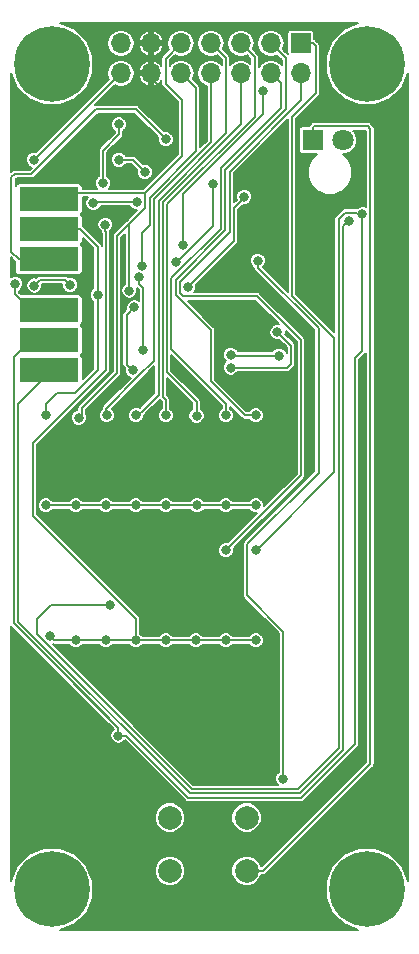
<source format=gbl>
G04 #@! TF.GenerationSoftware,KiCad,Pcbnew,5.0.1-33cea8e~68~ubuntu14.04.1*
G04 #@! TF.CreationDate,2018-11-23T15:16:42-08:00*
G04 #@! TF.ProjectId,run,72756E2E6B696361645F706362000000,rev?*
G04 #@! TF.SameCoordinates,Original*
G04 #@! TF.FileFunction,Copper,L2,Bot,Signal*
G04 #@! TF.FilePolarity,Positive*
%FSLAX46Y46*%
G04 Gerber Fmt 4.6, Leading zero omitted, Abs format (unit mm)*
G04 Created by KiCad (PCBNEW 5.0.1-33cea8e~68~ubuntu14.04.1) date Fri 23 Nov 2018 03:16:42 PM PST*
%MOMM*%
%LPD*%
G01*
G04 APERTURE LIST*
G04 #@! TA.AperFunction,ComponentPad*
%ADD10R,1.800000X1.800000*%
G04 #@! TD*
G04 #@! TA.AperFunction,ComponentPad*
%ADD11C,1.800000*%
G04 #@! TD*
G04 #@! TA.AperFunction,ComponentPad*
%ADD12C,6.400000*%
G04 #@! TD*
G04 #@! TA.AperFunction,ComponentPad*
%ADD13R,1.700000X1.700000*%
G04 #@! TD*
G04 #@! TA.AperFunction,ComponentPad*
%ADD14O,1.700000X1.700000*%
G04 #@! TD*
G04 #@! TA.AperFunction,SMDPad,CuDef*
%ADD15R,5.000000X2.000000*%
G04 #@! TD*
G04 #@! TA.AperFunction,ComponentPad*
%ADD16C,2.000000*%
G04 #@! TD*
G04 #@! TA.AperFunction,ViaPad*
%ADD17C,0.800000*%
G04 #@! TD*
G04 #@! TA.AperFunction,Conductor*
%ADD18C,0.160000*%
G04 #@! TD*
G04 APERTURE END LIST*
D10*
G04 #@! TO.P,D1,1*
G04 #@! TO.N,bus13*
X150114000Y-103203000D03*
D11*
G04 #@! TO.P,D1,2*
G04 #@! TO.N,Net-(D1-Pad2)*
X152654000Y-103203000D03*
G04 #@! TD*
D12*
G04 #@! TO.P,H1,1*
G04 #@! TO.N,Net-(H1-Pad1)*
X154686000Y-166624000D03*
G04 #@! TD*
G04 #@! TO.P,H2,1*
G04 #@! TO.N,Net-(H2-Pad1)*
X128016000Y-166624000D03*
G04 #@! TD*
G04 #@! TO.P,H3,1*
G04 #@! TO.N,Net-(H3-Pad1)*
X154686000Y-96774000D03*
G04 #@! TD*
G04 #@! TO.P,H4,1*
G04 #@! TO.N,Net-(H4-Pad1)*
X128016000Y-96774000D03*
G04 #@! TD*
D13*
G04 #@! TO.P,J5,1*
G04 #@! TO.N,bus1*
X149098000Y-94996000D03*
D14*
G04 #@! TO.P,J5,2*
G04 #@! TO.N,bus2*
X149098000Y-97536000D03*
G04 #@! TO.P,J5,3*
G04 #@! TO.N,bus3*
X146558000Y-94996000D03*
G04 #@! TO.P,J5,4*
G04 #@! TO.N,bus4*
X146558000Y-97536000D03*
G04 #@! TO.P,J5,5*
G04 #@! TO.N,bus5*
X144018000Y-94996000D03*
G04 #@! TO.P,J5,6*
G04 #@! TO.N,bus6*
X144018000Y-97536000D03*
G04 #@! TO.P,J5,7*
G04 #@! TO.N,bus7*
X141478000Y-94996000D03*
G04 #@! TO.P,J5,8*
G04 #@! TO.N,bus8*
X141478000Y-97536000D03*
G04 #@! TO.P,J5,9*
G04 #@! TO.N,RX*
X138938000Y-94996000D03*
G04 #@! TO.P,J5,10*
G04 #@! TO.N,TX*
X138938000Y-97536000D03*
G04 #@! TO.P,J5,11*
G04 #@! TO.N,bus11*
X136398000Y-94996000D03*
G04 #@! TO.P,J5,12*
X136398000Y-97536000D03*
G04 #@! TO.P,J5,13*
G04 #@! TO.N,bus13*
X133858000Y-94996000D03*
G04 #@! TO.P,J5,14*
X133858000Y-97536000D03*
G04 #@! TD*
D15*
G04 #@! TO.P,J1,6*
G04 #@! TO.N,d13*
X127762000Y-117602000D03*
G04 #@! TO.P,J1,5*
G04 #@! TO.N,d12*
X127762000Y-120142000D03*
G04 #@! TO.P,J1,4*
G04 #@! TO.N,d11*
X127762000Y-122682000D03*
G04 #@! TD*
G04 #@! TO.P,J3,4*
G04 #@! TO.N,RX*
X127762000Y-108204000D03*
G04 #@! TO.P,J3,5*
G04 #@! TO.N,TX*
X127762000Y-110744000D03*
G04 #@! TO.P,J3,6*
G04 #@! TO.N,DTR*
X127762000Y-113284000D03*
G04 #@! TD*
D16*
G04 #@! TO.P,SW1,3*
G04 #@! TO.N,N/C*
X138000000Y-160550000D03*
G04 #@! TO.P,SW1,4*
X138000000Y-165050000D03*
G04 #@! TO.P,SW1,1*
G04 #@! TO.N,d2*
X144500000Y-160550000D03*
G04 #@! TO.P,SW1,2*
G04 #@! TO.N,bus13*
X144500000Y-165050000D03*
G04 #@! TD*
D17*
G04 #@! TO.N,bus8*
X132670000Y-126480000D03*
G04 #@! TO.N,bus5*
X140260000Y-126540000D03*
G04 #@! TO.N,XTAL1*
X147115000Y-119448000D03*
X143171023Y-122443010D03*
G04 #@! TO.N,XTAL2*
X147240000Y-121438000D03*
X143164706Y-121375669D03*
G04 #@! TO.N,RESET*
X133692000Y-101854000D03*
X132331079Y-106827877D03*
G04 #@! TO.N,DTR*
X137668000Y-103124000D03*
G04 #@! TO.N,a0*
X135209990Y-108448404D03*
X131530010Y-108519957D03*
G04 #@! TO.N,a1*
X145288000Y-145542000D03*
X142748000Y-145542000D03*
X140208000Y-145542000D03*
X137668000Y-145542000D03*
X135128000Y-145542000D03*
X132588000Y-145542000D03*
X130048000Y-145542000D03*
X132550000Y-110350000D03*
X127862971Y-145187029D03*
G04 #@! TO.N,TX*
X127508000Y-126492000D03*
G04 #@! TO.N,RX*
X134574252Y-115923872D03*
G04 #@! TO.N,TX*
X135607634Y-113833776D03*
X131880010Y-116303331D03*
G04 #@! TO.N,a2*
X141666000Y-106934000D03*
X135000000Y-117350000D03*
X134850000Y-122650000D03*
X138558592Y-113511464D03*
G04 #@! TO.N,d10*
X145455000Y-113408000D03*
X147600000Y-157250000D03*
G04 #@! TO.N,d11*
X153150000Y-110000000D03*
G04 #@! TO.N,a3*
X144296000Y-107994000D03*
X139530065Y-115631332D03*
G04 #@! TO.N,d12*
X132900000Y-142550000D03*
G04 #@! TO.N,d13*
X124909241Y-115363077D03*
X145899998Y-99050000D03*
X139100535Y-112085325D03*
G04 #@! TO.N,a5*
X135382000Y-114808000D03*
X135750000Y-121000000D03*
G04 #@! TO.N,bus11*
X133905000Y-106830000D03*
X147030000Y-113408000D03*
X128150000Y-115730010D03*
X138950000Y-122700000D03*
X130929532Y-118659476D03*
X133649999Y-109080010D03*
X144350000Y-110400000D03*
G04 #@! TO.N,bus13*
X133692000Y-104854000D03*
X135890008Y-105894021D03*
X126534313Y-115500016D03*
X129550000Y-115450000D03*
G04 #@! TO.N,Net-(D2-Pad2)*
X132588000Y-134112000D03*
X137668000Y-134112000D03*
X135128000Y-134112000D03*
X130048000Y-134112000D03*
X127508000Y-134112000D03*
X142748000Y-134112000D03*
X145288000Y-134112000D03*
X140300000Y-134112000D03*
G04 #@! TO.N,bus1*
X145288002Y-137922002D03*
G04 #@! TO.N,bus3*
X145288000Y-126492000D03*
G04 #@! TO.N,bus4*
X142748000Y-126492000D03*
G04 #@! TO.N,bus6*
X137668000Y-126492000D03*
G04 #@! TO.N,bus7*
X135128000Y-126492000D03*
G04 #@! TO.N,RX*
X130301241Y-126692439D03*
G04 #@! TO.N,TX*
X127508000Y-126492000D03*
G04 #@! TO.N,d12*
X154289990Y-109474000D03*
X133650000Y-153600000D03*
G04 #@! TO.N,bus13*
X126492000Y-104854000D03*
X126492000Y-104854000D03*
G04 #@! TO.N,bus2*
X142748000Y-137922000D03*
G04 #@! TD*
D18*
G04 #@! TO.N,bus5*
X137770022Y-108608846D02*
X137770022Y-122850000D01*
X140260000Y-126540000D02*
X140260000Y-125339978D01*
X140260000Y-125339978D02*
X137770022Y-122850000D01*
X144018000Y-94996000D02*
X145169998Y-96147998D01*
X145169998Y-96147998D02*
X145169998Y-101208870D01*
X145169998Y-101208870D02*
X137770022Y-108608846D01*
G04 #@! TO.N,XTAL1*
X143228013Y-122500000D02*
X143171023Y-122443010D01*
X147900000Y-122500000D02*
X143228013Y-122500000D01*
X148250000Y-122150000D02*
X147900000Y-122500000D01*
X148250000Y-120583000D02*
X148250000Y-122150000D01*
X147115000Y-119448000D02*
X148250000Y-120583000D01*
G04 #@! TO.N,XTAL2*
X143227037Y-121438000D02*
X143164706Y-121375669D01*
X147240000Y-121438000D02*
X143227037Y-121438000D01*
G04 #@! TO.N,RESET*
X132331079Y-104074921D02*
X132331079Y-106262192D01*
X133692000Y-101854000D02*
X133692000Y-102714000D01*
X132331079Y-106262192D02*
X132331079Y-106827877D01*
X133692000Y-102714000D02*
X132331079Y-104074921D01*
G04 #@! TO.N,DTR*
X125222000Y-113284000D02*
X127762000Y-113284000D01*
X124586010Y-112648010D02*
X125222000Y-113284000D01*
X124586010Y-106353990D02*
X124586010Y-112648010D01*
X124870000Y-106070000D02*
X124586010Y-106353990D01*
X126282404Y-106070000D02*
X124870000Y-106070000D01*
X131768404Y-100584000D02*
X126282404Y-106070000D01*
X135128000Y-100584000D02*
X131768404Y-100584000D01*
X137668000Y-103124000D02*
X135128000Y-100584000D01*
G04 #@! TO.N,a0*
X131649967Y-108400000D02*
X131530010Y-108519957D01*
X135161586Y-108400000D02*
X131649967Y-108400000D01*
X135209990Y-108448404D02*
X135161586Y-108400000D01*
G04 #@! TO.N,a1*
X128217942Y-145542000D02*
X127862971Y-145187029D01*
X145288000Y-145542000D02*
X128217942Y-145542000D01*
X135128000Y-145542000D02*
X135128000Y-143728000D01*
X126385989Y-128863143D02*
X132600000Y-122649132D01*
X135128000Y-143728000D02*
X126385989Y-134985989D01*
X132600000Y-110965685D02*
X132550000Y-110915685D01*
X126385989Y-134985989D02*
X126385989Y-128863143D01*
X132550000Y-110915685D02*
X132550000Y-110350000D01*
X132600000Y-122649132D02*
X132600000Y-110965685D01*
G04 #@! TO.N,RX*
X135890000Y-108966000D02*
X135890000Y-107671988D01*
X139044011Y-104517977D02*
X137643988Y-105918000D01*
X137643988Y-105918000D02*
X135890000Y-107671988D01*
X139044011Y-99822000D02*
X139044011Y-104517977D01*
X137650000Y-98427989D02*
X139044011Y-99822000D01*
X137650000Y-96284000D02*
X137650000Y-98427989D01*
X138938000Y-94996000D02*
X137650000Y-96284000D01*
X128371988Y-107671988D02*
X135890000Y-107671988D01*
X128133986Y-107433986D02*
X128371988Y-107671988D01*
X127516014Y-107433986D02*
X128133986Y-107433986D01*
X126746000Y-108204000D02*
X127516014Y-107433986D01*
X134786001Y-110069999D02*
X135890000Y-108966000D01*
X134574252Y-115358187D02*
X134574252Y-115923872D01*
X134574252Y-110281748D02*
X134574252Y-115358187D01*
X134786001Y-110069999D02*
X134574252Y-110281748D01*
G04 #@! TO.N,TX*
X136291989Y-108050351D02*
X136291989Y-110342011D01*
X135607634Y-113268091D02*
X135607634Y-113833776D01*
X140208000Y-104134340D02*
X136291989Y-108050351D01*
X135607634Y-111026366D02*
X135607634Y-113268091D01*
X140208000Y-98806000D02*
X140208000Y-104134340D01*
X136291989Y-110342011D02*
X135607634Y-111026366D01*
X138938000Y-97536000D02*
X140208000Y-98806000D01*
X126746000Y-110744000D02*
X130417672Y-110744000D01*
X130417672Y-110744000D02*
X131880010Y-112206338D01*
X131880010Y-115737646D02*
X131880010Y-116303331D01*
X131880010Y-112206338D02*
X131880010Y-115737646D01*
G04 #@! TO.N,a2*
X135000000Y-117350000D02*
X134349988Y-118000012D01*
X134388388Y-122188388D02*
X134850000Y-122650000D01*
X134349988Y-122149988D02*
X134388388Y-122188388D01*
X134349988Y-118000012D02*
X134349988Y-122149988D01*
X141666000Y-110484000D02*
X138638536Y-113511464D01*
X138638536Y-113511464D02*
X138558592Y-113511464D01*
X141666000Y-106934000D02*
X141666000Y-110484000D01*
G04 #@! TO.N,d10*
X145455000Y-113983000D02*
X150595999Y-119123999D01*
X150595999Y-119123999D02*
X150595999Y-131344001D01*
X145455000Y-113408000D02*
X145455000Y-113983000D01*
X150595999Y-131344001D02*
X144526000Y-137414000D01*
X144526000Y-141732000D02*
X147600000Y-144806000D01*
X147600000Y-156684315D02*
X147600000Y-157250000D01*
X144526000Y-137414000D02*
X144526000Y-141732000D01*
X147600000Y-144806000D02*
X147600000Y-156684315D01*
G04 #@! TO.N,a3*
X139930064Y-115231333D02*
X139530065Y-115631332D01*
X144296000Y-107994000D02*
X144296000Y-108094000D01*
X143436000Y-111725397D02*
X139930064Y-115231333D01*
X143436000Y-108954000D02*
X143436000Y-111725397D01*
X144296000Y-108094000D02*
X143436000Y-108954000D01*
G04 #@! TO.N,d12*
X124797959Y-121516039D02*
X124797959Y-144018000D01*
X126171998Y-120142000D02*
X124797959Y-121516039D01*
X128016000Y-120142000D02*
X126171998Y-120142000D01*
G04 #@! TO.N,d13*
X126262000Y-117602000D02*
X124909241Y-116249241D01*
X124909241Y-116249241D02*
X124909241Y-115928762D01*
X124909241Y-115928762D02*
X124909241Y-115363077D01*
X127762000Y-117602000D02*
X126262000Y-117602000D01*
X139100535Y-107787465D02*
X139100535Y-111519640D01*
X145899998Y-100988002D02*
X139100535Y-107787465D01*
X139100535Y-111519640D02*
X139100535Y-112085325D01*
X145899998Y-99050000D02*
X145899998Y-100988002D01*
G04 #@! TO.N,a5*
X135382000Y-115373685D02*
X135750000Y-115741685D01*
X135382000Y-114808000D02*
X135382000Y-115373685D01*
X135750000Y-115741685D02*
X135750000Y-121000000D01*
G04 #@! TO.N,bus11*
X134442500Y-106830000D02*
X133905000Y-106830000D01*
X135960433Y-106830000D02*
X134442500Y-106830000D01*
X138517999Y-100076000D02*
X138517999Y-104272434D01*
X136398000Y-97956001D02*
X138517999Y-100076000D01*
X138517999Y-104272434D02*
X135960433Y-106830000D01*
X136398000Y-97536000D02*
X136398000Y-97956001D01*
X130295694Y-116130009D02*
X130929532Y-116763847D01*
X130929532Y-116763847D02*
X130929532Y-118093791D01*
X128150000Y-115730010D02*
X128549999Y-116130009D01*
X130929532Y-118093791D02*
X130929532Y-118659476D01*
X128549999Y-116130009D02*
X130295694Y-116130009D01*
X144350000Y-110728000D02*
X144350000Y-110400000D01*
X147030000Y-113408000D02*
X144350000Y-110728000D01*
G04 #@! TO.N,bus13*
X133692000Y-104854000D02*
X134849987Y-104854000D01*
X135490009Y-105494022D02*
X135890008Y-105894021D01*
X134849987Y-104854000D02*
X135490009Y-105494022D01*
X126984328Y-115050001D02*
X129150001Y-115050001D01*
X126534313Y-115500016D02*
X126984328Y-115050001D01*
X129150001Y-115050001D02*
X129550000Y-115450000D01*
G04 #@! TO.N,Net-(D2-Pad2)*
X127508000Y-134112000D02*
X137668000Y-134112000D01*
X140208000Y-134112000D02*
X140300000Y-134112000D01*
X137668000Y-134112000D02*
X140208000Y-134112000D01*
X140300000Y-134112000D02*
X145288000Y-134112000D01*
G04 #@! TO.N,bus3*
X147407999Y-95845999D02*
X146558000Y-94996000D01*
X138490044Y-115050824D02*
X142706023Y-110834845D01*
X147830264Y-96268264D02*
X147407999Y-95845999D01*
X142706023Y-110834845D02*
X142706024Y-105708240D01*
X142706024Y-105708240D02*
X147830264Y-100584000D01*
X138490044Y-116279922D02*
X138490044Y-115050824D01*
X147830264Y-100584000D02*
X147830264Y-96268264D01*
G04 #@! TO.N,bus6*
X137668000Y-126492000D02*
X137668000Y-125198000D01*
X137668000Y-125198000D02*
X137410011Y-124940011D01*
X137410011Y-124940011D02*
X137410011Y-108459725D01*
X137410011Y-108459725D02*
X144018000Y-101851736D01*
X144018000Y-101851736D02*
X144018000Y-98738081D01*
X144018000Y-98738081D02*
X144018000Y-97536000D01*
G04 #@! TO.N,RX*
X130540000Y-125910000D02*
X133532445Y-122917555D01*
X133532445Y-111323555D02*
X134786001Y-110069999D01*
X133532445Y-122917555D02*
X133532445Y-111323555D01*
X130301241Y-126692439D02*
X130540000Y-126453680D01*
X130540000Y-126453680D02*
X130540000Y-125910000D01*
G04 #@! TO.N,TX*
X129954002Y-124620000D02*
X128420000Y-124620000D01*
X131880010Y-116303331D02*
X131880010Y-122693992D01*
X131880010Y-122693992D02*
X129954002Y-124620000D01*
X127508000Y-125532000D02*
X127508000Y-126492000D01*
X128420000Y-124620000D02*
X127508000Y-125532000D01*
G04 #@! TO.N,d11*
X125157969Y-143952837D02*
X125157969Y-125540031D01*
X152649980Y-154840888D02*
X148990868Y-158500000D01*
X152649980Y-110500020D02*
X152649980Y-154840888D01*
X125157969Y-125540031D02*
X128016000Y-122682000D01*
X139705132Y-158500000D02*
X125157969Y-143952837D01*
X148990868Y-158500000D02*
X139705132Y-158500000D01*
X153150000Y-110000000D02*
X152649980Y-110500020D01*
G04 #@! TO.N,d12*
X133650000Y-152953998D02*
X124797960Y-144101958D01*
X124797960Y-144101958D02*
X124797960Y-144018001D01*
X124797960Y-144018001D02*
X124797959Y-144018000D01*
X133650000Y-153600000D02*
X133650000Y-152953998D01*
X124797959Y-144101958D02*
X132334001Y-151638000D01*
X124797959Y-144018000D02*
X124797959Y-144101958D01*
X133650000Y-153600000D02*
X133650000Y-152953999D01*
X133650000Y-152953999D02*
X132334001Y-151638000D01*
X152823599Y-109319999D02*
X153670000Y-109319999D01*
X152289970Y-109853628D02*
X152823599Y-109319999D01*
X148841747Y-158139989D02*
X152289970Y-154691766D01*
X139854253Y-158139989D02*
X148841747Y-158139989D01*
X126748264Y-145034000D02*
X139854253Y-158139989D01*
X127960000Y-142550000D02*
X126748264Y-143761736D01*
X152289970Y-154691766D02*
X152289970Y-109853628D01*
X126748264Y-143761736D02*
X126748264Y-145034000D01*
X132900000Y-142550000D02*
X127960000Y-142550000D01*
X153924000Y-109474000D02*
X154289990Y-109474000D01*
X153769999Y-109319999D02*
X153924000Y-109474000D01*
X153670000Y-109319999D02*
X153769999Y-109319999D01*
X134296001Y-153600000D02*
X133650000Y-153600000D01*
X139556011Y-158860010D02*
X134296001Y-153600000D01*
X149139989Y-158860010D02*
X139556011Y-158860010D01*
X153689990Y-154310009D02*
X149139989Y-158860010D01*
X153689990Y-121646010D02*
X153689990Y-154310009D01*
X154289990Y-121046010D02*
X153689990Y-121646010D01*
X154289990Y-109474000D02*
X154289990Y-121046010D01*
G04 #@! TO.N,bus11*
X129115396Y-127845396D02*
X129540000Y-128270000D01*
X132976402Y-122798202D02*
X129115396Y-126659208D01*
X141610000Y-126970000D02*
X141610000Y-125360000D01*
X133649999Y-110256405D02*
X132976402Y-110930002D01*
X133649999Y-109080010D02*
X133649999Y-110256405D01*
X129115396Y-126659208D02*
X129115396Y-127845396D01*
X132976402Y-110930002D02*
X132976402Y-122798202D01*
X141610000Y-125360000D02*
X138950000Y-122700000D01*
X129540000Y-128270000D02*
X140310000Y-128270000D01*
X140310000Y-128270000D02*
X141610000Y-126970000D01*
G04 #@! TO.N,bus13*
X154752999Y-102022999D02*
X150234001Y-102022999D01*
X154970000Y-102240000D02*
X154752999Y-102022999D01*
X150114000Y-102143000D02*
X150114000Y-103203000D01*
X154970000Y-155994213D02*
X154970000Y-102240000D01*
X150234001Y-102022999D02*
X150114000Y-102143000D01*
X145914213Y-165050000D02*
X154970000Y-155994213D01*
X144500000Y-165050000D02*
X145914213Y-165050000D01*
X133858000Y-97536000D02*
X126540000Y-104854000D01*
X126540000Y-104854000D02*
X126492000Y-104854000D01*
G04 #@! TO.N,bus1*
X149098000Y-94996000D02*
X150108000Y-94996000D01*
X145688001Y-137522003D02*
X145288002Y-137922002D01*
X151929959Y-119948827D02*
X151929959Y-131280045D01*
X148350000Y-101226402D02*
X148350000Y-116368868D01*
X150368000Y-95256000D02*
X150368000Y-99208402D01*
X150108000Y-94996000D02*
X150368000Y-95256000D01*
X150368000Y-99208402D02*
X148350000Y-101226402D01*
X148350000Y-116368868D02*
X151929959Y-119948827D01*
X151929959Y-131280045D02*
X145688001Y-137522003D01*
G04 #@! TO.N,bus2*
X149097999Y-131572001D02*
X142748000Y-137922000D01*
X149097999Y-120141999D02*
X149097999Y-131572001D01*
X149098000Y-97536000D02*
X149098000Y-99825396D01*
X143066034Y-110983966D02*
X138850055Y-115199945D01*
X149098000Y-99825396D02*
X143066034Y-105857362D01*
X143066034Y-105857362D02*
X143066034Y-110983966D01*
X138850055Y-115199945D02*
X138850055Y-116130801D01*
X138850055Y-116130801D02*
X139143589Y-116424336D01*
X139143589Y-116424336D02*
X145380336Y-116424336D01*
X145380336Y-116424336D02*
X149097999Y-120141999D01*
G04 #@! TO.N,bus3*
X141460000Y-123624000D02*
X141460000Y-119249880D01*
X144328000Y-126492000D02*
X141460000Y-123624000D01*
X145288000Y-126492000D02*
X144328000Y-126492000D01*
X141460000Y-119249880D02*
X138490044Y-116279922D01*
G04 #@! TO.N,bus4*
X142346010Y-105559122D02*
X147407999Y-100497133D01*
X142748000Y-125532000D02*
X138130033Y-120914033D01*
X147407999Y-98385999D02*
X146558000Y-97536000D01*
X142346010Y-110685726D02*
X142346010Y-105559122D01*
X142748000Y-126492000D02*
X142748000Y-125532000D01*
X138130033Y-114901703D02*
X142346010Y-110685726D01*
X147407999Y-100497133D02*
X147407999Y-98385999D01*
X138130033Y-120914033D02*
X138130033Y-114901703D01*
G04 #@! TO.N,bus7*
X142750000Y-96268000D02*
X141478000Y-94996000D01*
X142750000Y-102610604D02*
X142750000Y-96268000D01*
X137050000Y-108310604D02*
X142750000Y-102610604D01*
X137050000Y-124780000D02*
X137050000Y-108310604D01*
X135338000Y-126492000D02*
X135820000Y-126010000D01*
X135128000Y-126492000D02*
X135338000Y-126492000D01*
X135820000Y-126010000D02*
X137050000Y-124780000D01*
X135737999Y-126092001D02*
X135820000Y-126010000D01*
G04 #@! TO.N,bus8*
X141478000Y-103373472D02*
X141478000Y-98738081D01*
X141478000Y-98738081D02*
X141478000Y-97536000D01*
X136652000Y-121854404D02*
X136652000Y-108199472D01*
X136652000Y-108199472D02*
X141478000Y-103373472D01*
X135330000Y-123176404D02*
X136652000Y-121854404D01*
X135176402Y-123330002D02*
X135330000Y-123176404D01*
X132588000Y-126398000D02*
X132588000Y-125918404D01*
X132588000Y-125918404D02*
X135330000Y-123176404D01*
X132670000Y-126480000D02*
X132588000Y-126398000D01*
G04 #@! TD*
G04 #@! TO.N,bus11*
G36*
X152714738Y-93823799D02*
X151735799Y-94802738D01*
X151206000Y-96081785D01*
X151206000Y-97466215D01*
X151735799Y-98745262D01*
X152714738Y-99724201D01*
X153993785Y-100254000D01*
X155378215Y-100254000D01*
X156657262Y-99724201D01*
X157636201Y-98745262D01*
X158156001Y-97490355D01*
X158156000Y-165907643D01*
X157636201Y-164652738D01*
X156657262Y-163673799D01*
X155378215Y-163144000D01*
X153993785Y-163144000D01*
X152714738Y-163673799D01*
X151735799Y-164652738D01*
X151206000Y-165931785D01*
X151206000Y-167316215D01*
X151735799Y-168595262D01*
X152714738Y-169574201D01*
X153969643Y-170094000D01*
X128732357Y-170094000D01*
X129987262Y-169574201D01*
X130966201Y-168595262D01*
X131496000Y-167316215D01*
X131496000Y-165931785D01*
X131025291Y-164795392D01*
X136720000Y-164795392D01*
X136720000Y-165304608D01*
X136914868Y-165775062D01*
X137274938Y-166135132D01*
X137745392Y-166330000D01*
X138254608Y-166330000D01*
X138725062Y-166135132D01*
X139085132Y-165775062D01*
X139280000Y-165304608D01*
X139280000Y-164795392D01*
X139085132Y-164324938D01*
X138725062Y-163964868D01*
X138254608Y-163770000D01*
X137745392Y-163770000D01*
X137274938Y-163964868D01*
X136914868Y-164324938D01*
X136720000Y-164795392D01*
X131025291Y-164795392D01*
X130966201Y-164652738D01*
X129987262Y-163673799D01*
X128708215Y-163144000D01*
X127323785Y-163144000D01*
X126044738Y-163673799D01*
X125065799Y-164652738D01*
X124546000Y-165907643D01*
X124546000Y-160295392D01*
X136720000Y-160295392D01*
X136720000Y-160804608D01*
X136914868Y-161275062D01*
X137274938Y-161635132D01*
X137745392Y-161830000D01*
X138254608Y-161830000D01*
X138725062Y-161635132D01*
X139085132Y-161275062D01*
X139280000Y-160804608D01*
X139280000Y-160295392D01*
X143220000Y-160295392D01*
X143220000Y-160804608D01*
X143414868Y-161275062D01*
X143774938Y-161635132D01*
X144245392Y-161830000D01*
X144754608Y-161830000D01*
X145225062Y-161635132D01*
X145585132Y-161275062D01*
X145780000Y-160804608D01*
X145780000Y-160295392D01*
X145585132Y-159824938D01*
X145225062Y-159464868D01*
X144754608Y-159270000D01*
X144245392Y-159270000D01*
X143774938Y-159464868D01*
X143414868Y-159824938D01*
X143220000Y-160295392D01*
X139280000Y-160295392D01*
X139085132Y-159824938D01*
X138725062Y-159464868D01*
X138254608Y-159270000D01*
X137745392Y-159270000D01*
X137274938Y-159464868D01*
X136914868Y-159824938D01*
X136720000Y-160295392D01*
X124546000Y-160295392D01*
X124546000Y-144366571D01*
X124568471Y-144381586D01*
X132104511Y-151917627D01*
X132104514Y-151917629D01*
X133237610Y-153050725D01*
X133073524Y-153214811D01*
X132970000Y-153464740D01*
X132970000Y-153735260D01*
X133073524Y-153985189D01*
X133264811Y-154176476D01*
X133514740Y-154280000D01*
X133785260Y-154280000D01*
X134035189Y-154176476D01*
X134199275Y-154012390D01*
X139276383Y-159089499D01*
X139296466Y-159119555D01*
X139415546Y-159199122D01*
X139520558Y-159220010D01*
X139520562Y-159220010D01*
X139556010Y-159227061D01*
X139591458Y-159220010D01*
X149104536Y-159220010D01*
X149139989Y-159227062D01*
X149175442Y-159220010D01*
X149280454Y-159199122D01*
X149399534Y-159119555D01*
X149419619Y-159089496D01*
X153919479Y-154589637D01*
X153949535Y-154569554D01*
X154029102Y-154450474D01*
X154049990Y-154345462D01*
X154049990Y-154345459D01*
X154057041Y-154310010D01*
X154049990Y-154274561D01*
X154049990Y-121795126D01*
X154519479Y-121325638D01*
X154549535Y-121305555D01*
X154610001Y-121215062D01*
X154610000Y-155845096D01*
X145765097Y-164690000D01*
X145736345Y-164690000D01*
X145585132Y-164324938D01*
X145225062Y-163964868D01*
X144754608Y-163770000D01*
X144245392Y-163770000D01*
X143774938Y-163964868D01*
X143414868Y-164324938D01*
X143220000Y-164795392D01*
X143220000Y-165304608D01*
X143414868Y-165775062D01*
X143774938Y-166135132D01*
X144245392Y-166330000D01*
X144754608Y-166330000D01*
X145225062Y-166135132D01*
X145585132Y-165775062D01*
X145736345Y-165410000D01*
X145878760Y-165410000D01*
X145914213Y-165417052D01*
X145949666Y-165410000D01*
X146054678Y-165389112D01*
X146173758Y-165309545D01*
X146193843Y-165279486D01*
X155199491Y-156273839D01*
X155229544Y-156253758D01*
X155249625Y-156223705D01*
X155249627Y-156223703D01*
X155309112Y-156134678D01*
X155337052Y-155994213D01*
X155330000Y-155958760D01*
X155330000Y-102275453D01*
X155337052Y-102240000D01*
X155309112Y-102099535D01*
X155296878Y-102081226D01*
X155229545Y-101980455D01*
X155199486Y-101960370D01*
X155032629Y-101793513D01*
X155012544Y-101763454D01*
X154893464Y-101683887D01*
X154788452Y-101662999D01*
X154752999Y-101655947D01*
X154717546Y-101662999D01*
X150269453Y-101662999D01*
X150234000Y-101655947D01*
X150160013Y-101670664D01*
X150093536Y-101683887D01*
X149974456Y-101763454D01*
X149954371Y-101793513D01*
X149884511Y-101863373D01*
X149854455Y-101883456D01*
X149834373Y-101913511D01*
X149774888Y-102002536D01*
X149771908Y-102017515D01*
X149214000Y-102017515D01*
X149104750Y-102039246D01*
X149012132Y-102101132D01*
X148950246Y-102193750D01*
X148928515Y-102303000D01*
X148928515Y-104103000D01*
X148950246Y-104212250D01*
X149012132Y-104304868D01*
X149104750Y-104366754D01*
X149214000Y-104388485D01*
X150436294Y-104388485D01*
X149971713Y-104853066D01*
X149685500Y-105544045D01*
X149685500Y-106291955D01*
X149971713Y-106982934D01*
X150500566Y-107511787D01*
X151191545Y-107798000D01*
X151939455Y-107798000D01*
X152630434Y-107511787D01*
X153159287Y-106982934D01*
X153445500Y-106291955D01*
X153445500Y-105544045D01*
X153159287Y-104853066D01*
X152689221Y-104383000D01*
X152888717Y-104383000D01*
X153322417Y-104203356D01*
X153654356Y-103871417D01*
X153834000Y-103437717D01*
X153834000Y-102968283D01*
X153654356Y-102534583D01*
X153502772Y-102382999D01*
X154603883Y-102382999D01*
X154610001Y-102389117D01*
X154610001Y-108870526D01*
X154425250Y-108794000D01*
X154154730Y-108794000D01*
X153904801Y-108897524D01*
X153836208Y-108966117D01*
X153805452Y-108959999D01*
X153769999Y-108952947D01*
X153734546Y-108959999D01*
X152859046Y-108959999D01*
X152823598Y-108952948D01*
X152788150Y-108959999D01*
X152788146Y-108959999D01*
X152683134Y-108980887D01*
X152564054Y-109060454D01*
X152543971Y-109090510D01*
X152060481Y-109574001D01*
X152030426Y-109594083D01*
X152010343Y-109624139D01*
X151950858Y-109713164D01*
X151922918Y-109853628D01*
X151929971Y-109889086D01*
X151929971Y-119439722D01*
X148710000Y-116219752D01*
X148710000Y-101375518D01*
X150597489Y-99488030D01*
X150627545Y-99467947D01*
X150707112Y-99348867D01*
X150728000Y-99243855D01*
X150735052Y-99208402D01*
X150728000Y-99172949D01*
X150728000Y-95291453D01*
X150735052Y-95256000D01*
X150707112Y-95115535D01*
X150647627Y-95026510D01*
X150647625Y-95026508D01*
X150627544Y-94996455D01*
X150597491Y-94976374D01*
X150387629Y-94766513D01*
X150367545Y-94736455D01*
X150248465Y-94656888D01*
X150233485Y-94653908D01*
X150233485Y-94146000D01*
X150211754Y-94036750D01*
X150149868Y-93944132D01*
X150057250Y-93882246D01*
X149948000Y-93860515D01*
X148248000Y-93860515D01*
X148138750Y-93882246D01*
X148046132Y-93944132D01*
X147984246Y-94036750D01*
X147962515Y-94146000D01*
X147962515Y-95846000D01*
X147973787Y-95902671D01*
X147687628Y-95616512D01*
X147687626Y-95616509D01*
X147576608Y-95505492D01*
X147622437Y-95436904D01*
X147710138Y-94996000D01*
X147622437Y-94555096D01*
X147372685Y-94181315D01*
X146998904Y-93931563D01*
X146669296Y-93866000D01*
X146446704Y-93866000D01*
X146117096Y-93931563D01*
X145743315Y-94181315D01*
X145493563Y-94555096D01*
X145405862Y-94996000D01*
X145493563Y-95436904D01*
X145743315Y-95810685D01*
X146117096Y-96060437D01*
X146446704Y-96126000D01*
X146669296Y-96126000D01*
X146998904Y-96060437D01*
X147067492Y-96014608D01*
X147178509Y-96125626D01*
X147178512Y-96125628D01*
X147470265Y-96417382D01*
X147470265Y-96867354D01*
X147372685Y-96721315D01*
X146998904Y-96471563D01*
X146669296Y-96406000D01*
X146446704Y-96406000D01*
X146117096Y-96471563D01*
X145743315Y-96721315D01*
X145529998Y-97040567D01*
X145529998Y-96183446D01*
X145537049Y-96147997D01*
X145529998Y-96112546D01*
X145529998Y-96112545D01*
X145509110Y-96007533D01*
X145474175Y-95955250D01*
X145449625Y-95918508D01*
X145449623Y-95918506D01*
X145429542Y-95888453D01*
X145399489Y-95868372D01*
X145036608Y-95505492D01*
X145082437Y-95436904D01*
X145170138Y-94996000D01*
X145082437Y-94555096D01*
X144832685Y-94181315D01*
X144458904Y-93931563D01*
X144129296Y-93866000D01*
X143906704Y-93866000D01*
X143577096Y-93931563D01*
X143203315Y-94181315D01*
X142953563Y-94555096D01*
X142865862Y-94996000D01*
X142953563Y-95436904D01*
X143203315Y-95810685D01*
X143577096Y-96060437D01*
X143906704Y-96126000D01*
X144129296Y-96126000D01*
X144458904Y-96060437D01*
X144527492Y-96014608D01*
X144809998Y-96297115D01*
X144809998Y-96706156D01*
X144458904Y-96471563D01*
X144129296Y-96406000D01*
X143906704Y-96406000D01*
X143577096Y-96471563D01*
X143203315Y-96721315D01*
X143110000Y-96860971D01*
X143110000Y-96303453D01*
X143117052Y-96268000D01*
X143089112Y-96127535D01*
X143035880Y-96047868D01*
X143009545Y-96008455D01*
X142979489Y-95988372D01*
X142496608Y-95505492D01*
X142542437Y-95436904D01*
X142630138Y-94996000D01*
X142542437Y-94555096D01*
X142292685Y-94181315D01*
X141918904Y-93931563D01*
X141589296Y-93866000D01*
X141366704Y-93866000D01*
X141037096Y-93931563D01*
X140663315Y-94181315D01*
X140413563Y-94555096D01*
X140325862Y-94996000D01*
X140413563Y-95436904D01*
X140663315Y-95810685D01*
X141037096Y-96060437D01*
X141366704Y-96126000D01*
X141589296Y-96126000D01*
X141918904Y-96060437D01*
X141987492Y-96014608D01*
X142390001Y-96417118D01*
X142390001Y-96866959D01*
X142292685Y-96721315D01*
X141918904Y-96471563D01*
X141589296Y-96406000D01*
X141366704Y-96406000D01*
X141037096Y-96471563D01*
X140663315Y-96721315D01*
X140413563Y-97095096D01*
X140325862Y-97536000D01*
X140413563Y-97976904D01*
X140663315Y-98350685D01*
X141037096Y-98600437D01*
X141118000Y-98616530D01*
X141118000Y-98773533D01*
X141118001Y-98773538D01*
X141118000Y-103224355D01*
X140568000Y-103774355D01*
X140568000Y-98841447D01*
X140575051Y-98805999D01*
X140568000Y-98770551D01*
X140568000Y-98770547D01*
X140547112Y-98665535D01*
X140501729Y-98597616D01*
X140487627Y-98576510D01*
X140487625Y-98576508D01*
X140467544Y-98546455D01*
X140437491Y-98526374D01*
X139956608Y-98045492D01*
X140002437Y-97976904D01*
X140090138Y-97536000D01*
X140002437Y-97095096D01*
X139752685Y-96721315D01*
X139378904Y-96471563D01*
X139049296Y-96406000D01*
X138826704Y-96406000D01*
X138497096Y-96471563D01*
X138123315Y-96721315D01*
X138010000Y-96890903D01*
X138010000Y-96433116D01*
X138428508Y-96014608D01*
X138497096Y-96060437D01*
X138826704Y-96126000D01*
X139049296Y-96126000D01*
X139378904Y-96060437D01*
X139752685Y-95810685D01*
X140002437Y-95436904D01*
X140090138Y-94996000D01*
X140002437Y-94555096D01*
X139752685Y-94181315D01*
X139378904Y-93931563D01*
X139049296Y-93866000D01*
X138826704Y-93866000D01*
X138497096Y-93931563D01*
X138123315Y-94181315D01*
X137873563Y-94555096D01*
X137785862Y-94996000D01*
X137873563Y-95436904D01*
X137919392Y-95505492D01*
X137420511Y-96004373D01*
X137390455Y-96024456D01*
X137331596Y-96112545D01*
X137310888Y-96143536D01*
X137282948Y-96284000D01*
X137290000Y-96319453D01*
X137290000Y-96941381D01*
X137224560Y-96825411D01*
X136889711Y-96563191D01*
X136738185Y-96500445D01*
X136572000Y-96520803D01*
X136572000Y-97362000D01*
X136592000Y-97362000D01*
X136592000Y-97710000D01*
X136572000Y-97710000D01*
X136572000Y-98551197D01*
X136738185Y-98571555D01*
X136889711Y-98508809D01*
X137224560Y-98246589D01*
X137290001Y-98130618D01*
X137290001Y-98392531D01*
X137282948Y-98427989D01*
X137310888Y-98568453D01*
X137310889Y-98568454D01*
X137390456Y-98687534D01*
X137420511Y-98707616D01*
X138684011Y-99971117D01*
X138684012Y-104368859D01*
X137414501Y-105638371D01*
X137414498Y-105638373D01*
X135740884Y-107311988D01*
X132808633Y-107311988D01*
X132907555Y-107213066D01*
X133011079Y-106963137D01*
X133011079Y-106692617D01*
X132907555Y-106442688D01*
X132716268Y-106251401D01*
X132691079Y-106240967D01*
X132691079Y-104718740D01*
X133012000Y-104718740D01*
X133012000Y-104989260D01*
X133115524Y-105239189D01*
X133306811Y-105430476D01*
X133556740Y-105534000D01*
X133827260Y-105534000D01*
X134077189Y-105430476D01*
X134268476Y-105239189D01*
X134278910Y-105214000D01*
X134700871Y-105214000D01*
X135220442Y-105733572D01*
X135210008Y-105758761D01*
X135210008Y-106029281D01*
X135313532Y-106279210D01*
X135504819Y-106470497D01*
X135754748Y-106574021D01*
X136025268Y-106574021D01*
X136275197Y-106470497D01*
X136466484Y-106279210D01*
X136570008Y-106029281D01*
X136570008Y-105758761D01*
X136466484Y-105508832D01*
X136275197Y-105317545D01*
X136025268Y-105214021D01*
X135754748Y-105214021D01*
X135729559Y-105224455D01*
X135129616Y-104624513D01*
X135109532Y-104594455D01*
X134990452Y-104514888D01*
X134885440Y-104494000D01*
X134849987Y-104486948D01*
X134814534Y-104494000D01*
X134278910Y-104494000D01*
X134268476Y-104468811D01*
X134077189Y-104277524D01*
X133827260Y-104174000D01*
X133556740Y-104174000D01*
X133306811Y-104277524D01*
X133115524Y-104468811D01*
X133012000Y-104718740D01*
X132691079Y-104718740D01*
X132691079Y-104224037D01*
X133921489Y-102993628D01*
X133951545Y-102973545D01*
X134031112Y-102854465D01*
X134052000Y-102749453D01*
X134059052Y-102714000D01*
X134052000Y-102678547D01*
X134052000Y-102440910D01*
X134077189Y-102430476D01*
X134268476Y-102239189D01*
X134372000Y-101989260D01*
X134372000Y-101718740D01*
X134268476Y-101468811D01*
X134077189Y-101277524D01*
X133827260Y-101174000D01*
X133556740Y-101174000D01*
X133306811Y-101277524D01*
X133115524Y-101468811D01*
X133012000Y-101718740D01*
X133012000Y-101989260D01*
X133115524Y-102239189D01*
X133306811Y-102430476D01*
X133332001Y-102440910D01*
X133332001Y-102564882D01*
X132101590Y-103795294D01*
X132071534Y-103815377D01*
X132034089Y-103871417D01*
X131991967Y-103934457D01*
X131964027Y-104074921D01*
X131971079Y-104110374D01*
X131971080Y-106226735D01*
X131971079Y-106226740D01*
X131971079Y-106240967D01*
X131945890Y-106251401D01*
X131754603Y-106442688D01*
X131651079Y-106692617D01*
X131651079Y-106963137D01*
X131754603Y-107213066D01*
X131853525Y-107311988D01*
X130618856Y-107311988D01*
X130618856Y-107204000D01*
X130591692Y-107067437D01*
X130514335Y-106951665D01*
X130398563Y-106874308D01*
X130262000Y-106847144D01*
X125262000Y-106847144D01*
X125125437Y-106874308D01*
X125009665Y-106951665D01*
X124946010Y-107046931D01*
X124946010Y-106503106D01*
X125019117Y-106430000D01*
X126246951Y-106430000D01*
X126282404Y-106437052D01*
X126317857Y-106430000D01*
X126422869Y-106409112D01*
X126541949Y-106329545D01*
X126562034Y-106299486D01*
X131917521Y-100944000D01*
X134978884Y-100944000D01*
X136998434Y-102963551D01*
X136988000Y-102988740D01*
X136988000Y-103259260D01*
X137091524Y-103509189D01*
X137282811Y-103700476D01*
X137532740Y-103804000D01*
X137803260Y-103804000D01*
X138053189Y-103700476D01*
X138244476Y-103509189D01*
X138348000Y-103259260D01*
X138348000Y-102988740D01*
X138244476Y-102738811D01*
X138053189Y-102547524D01*
X137803260Y-102444000D01*
X137532740Y-102444000D01*
X137507551Y-102454434D01*
X135407630Y-100354514D01*
X135387545Y-100324455D01*
X135268465Y-100244888D01*
X135163453Y-100224000D01*
X135128000Y-100216948D01*
X135092547Y-100224000D01*
X131803857Y-100224000D01*
X131768404Y-100216948D01*
X131732951Y-100224000D01*
X131665750Y-100237367D01*
X133348509Y-98554608D01*
X133417096Y-98600437D01*
X133746704Y-98666000D01*
X133969296Y-98666000D01*
X134298904Y-98600437D01*
X134672685Y-98350685D01*
X134922437Y-97976904D01*
X134942470Y-97876188D01*
X135362427Y-97876188D01*
X135571440Y-98246589D01*
X135906289Y-98508809D01*
X136057815Y-98571555D01*
X136224000Y-98551197D01*
X136224000Y-97710000D01*
X135381960Y-97710000D01*
X135362427Y-97876188D01*
X134942470Y-97876188D01*
X135010138Y-97536000D01*
X134942471Y-97195812D01*
X135362427Y-97195812D01*
X135381960Y-97362000D01*
X136224000Y-97362000D01*
X136224000Y-96520803D01*
X136057815Y-96500445D01*
X135906289Y-96563191D01*
X135571440Y-96825411D01*
X135362427Y-97195812D01*
X134942471Y-97195812D01*
X134922437Y-97095096D01*
X134672685Y-96721315D01*
X134298904Y-96471563D01*
X133969296Y-96406000D01*
X133746704Y-96406000D01*
X133417096Y-96471563D01*
X133043315Y-96721315D01*
X132793563Y-97095096D01*
X132705862Y-97536000D01*
X132793563Y-97976904D01*
X132839392Y-98045491D01*
X126686391Y-104198493D01*
X126627260Y-104174000D01*
X126356740Y-104174000D01*
X126106811Y-104277524D01*
X125915524Y-104468811D01*
X125812000Y-104718740D01*
X125812000Y-104989260D01*
X125915524Y-105239189D01*
X126106811Y-105430476D01*
X126323186Y-105520102D01*
X126133288Y-105710000D01*
X124905453Y-105710000D01*
X124870000Y-105702948D01*
X124834547Y-105710000D01*
X124729535Y-105730888D01*
X124610455Y-105810455D01*
X124590372Y-105840511D01*
X124546000Y-105884883D01*
X124546000Y-97490357D01*
X125065799Y-98745262D01*
X126044738Y-99724201D01*
X127323785Y-100254000D01*
X128708215Y-100254000D01*
X129987262Y-99724201D01*
X130966201Y-98745262D01*
X131496000Y-97466215D01*
X131496000Y-96081785D01*
X131046253Y-94996000D01*
X132705862Y-94996000D01*
X132793563Y-95436904D01*
X133043315Y-95810685D01*
X133417096Y-96060437D01*
X133746704Y-96126000D01*
X133969296Y-96126000D01*
X134298904Y-96060437D01*
X134672685Y-95810685D01*
X134922437Y-95436904D01*
X134942470Y-95336188D01*
X135362427Y-95336188D01*
X135571440Y-95706589D01*
X135906289Y-95968809D01*
X136057815Y-96031555D01*
X136224000Y-96011197D01*
X136224000Y-95170000D01*
X136572000Y-95170000D01*
X136572000Y-96011197D01*
X136738185Y-96031555D01*
X136889711Y-95968809D01*
X137224560Y-95706589D01*
X137433573Y-95336188D01*
X137414040Y-95170000D01*
X136572000Y-95170000D01*
X136224000Y-95170000D01*
X135381960Y-95170000D01*
X135362427Y-95336188D01*
X134942470Y-95336188D01*
X135010138Y-94996000D01*
X134942471Y-94655812D01*
X135362427Y-94655812D01*
X135381960Y-94822000D01*
X136224000Y-94822000D01*
X136224000Y-93980803D01*
X136572000Y-93980803D01*
X136572000Y-94822000D01*
X137414040Y-94822000D01*
X137433573Y-94655812D01*
X137224560Y-94285411D01*
X136889711Y-94023191D01*
X136738185Y-93960445D01*
X136572000Y-93980803D01*
X136224000Y-93980803D01*
X136057815Y-93960445D01*
X135906289Y-94023191D01*
X135571440Y-94285411D01*
X135362427Y-94655812D01*
X134942471Y-94655812D01*
X134922437Y-94555096D01*
X134672685Y-94181315D01*
X134298904Y-93931563D01*
X133969296Y-93866000D01*
X133746704Y-93866000D01*
X133417096Y-93931563D01*
X133043315Y-94181315D01*
X132793563Y-94555096D01*
X132705862Y-94996000D01*
X131046253Y-94996000D01*
X130966201Y-94802738D01*
X129987262Y-93823799D01*
X128732357Y-93304000D01*
X153969643Y-93304000D01*
X152714738Y-93823799D01*
X152714738Y-93823799D01*
G37*
X152714738Y-93823799D02*
X151735799Y-94802738D01*
X151206000Y-96081785D01*
X151206000Y-97466215D01*
X151735799Y-98745262D01*
X152714738Y-99724201D01*
X153993785Y-100254000D01*
X155378215Y-100254000D01*
X156657262Y-99724201D01*
X157636201Y-98745262D01*
X158156001Y-97490355D01*
X158156000Y-165907643D01*
X157636201Y-164652738D01*
X156657262Y-163673799D01*
X155378215Y-163144000D01*
X153993785Y-163144000D01*
X152714738Y-163673799D01*
X151735799Y-164652738D01*
X151206000Y-165931785D01*
X151206000Y-167316215D01*
X151735799Y-168595262D01*
X152714738Y-169574201D01*
X153969643Y-170094000D01*
X128732357Y-170094000D01*
X129987262Y-169574201D01*
X130966201Y-168595262D01*
X131496000Y-167316215D01*
X131496000Y-165931785D01*
X131025291Y-164795392D01*
X136720000Y-164795392D01*
X136720000Y-165304608D01*
X136914868Y-165775062D01*
X137274938Y-166135132D01*
X137745392Y-166330000D01*
X138254608Y-166330000D01*
X138725062Y-166135132D01*
X139085132Y-165775062D01*
X139280000Y-165304608D01*
X139280000Y-164795392D01*
X139085132Y-164324938D01*
X138725062Y-163964868D01*
X138254608Y-163770000D01*
X137745392Y-163770000D01*
X137274938Y-163964868D01*
X136914868Y-164324938D01*
X136720000Y-164795392D01*
X131025291Y-164795392D01*
X130966201Y-164652738D01*
X129987262Y-163673799D01*
X128708215Y-163144000D01*
X127323785Y-163144000D01*
X126044738Y-163673799D01*
X125065799Y-164652738D01*
X124546000Y-165907643D01*
X124546000Y-160295392D01*
X136720000Y-160295392D01*
X136720000Y-160804608D01*
X136914868Y-161275062D01*
X137274938Y-161635132D01*
X137745392Y-161830000D01*
X138254608Y-161830000D01*
X138725062Y-161635132D01*
X139085132Y-161275062D01*
X139280000Y-160804608D01*
X139280000Y-160295392D01*
X143220000Y-160295392D01*
X143220000Y-160804608D01*
X143414868Y-161275062D01*
X143774938Y-161635132D01*
X144245392Y-161830000D01*
X144754608Y-161830000D01*
X145225062Y-161635132D01*
X145585132Y-161275062D01*
X145780000Y-160804608D01*
X145780000Y-160295392D01*
X145585132Y-159824938D01*
X145225062Y-159464868D01*
X144754608Y-159270000D01*
X144245392Y-159270000D01*
X143774938Y-159464868D01*
X143414868Y-159824938D01*
X143220000Y-160295392D01*
X139280000Y-160295392D01*
X139085132Y-159824938D01*
X138725062Y-159464868D01*
X138254608Y-159270000D01*
X137745392Y-159270000D01*
X137274938Y-159464868D01*
X136914868Y-159824938D01*
X136720000Y-160295392D01*
X124546000Y-160295392D01*
X124546000Y-144366571D01*
X124568471Y-144381586D01*
X132104511Y-151917627D01*
X132104514Y-151917629D01*
X133237610Y-153050725D01*
X133073524Y-153214811D01*
X132970000Y-153464740D01*
X132970000Y-153735260D01*
X133073524Y-153985189D01*
X133264811Y-154176476D01*
X133514740Y-154280000D01*
X133785260Y-154280000D01*
X134035189Y-154176476D01*
X134199275Y-154012390D01*
X139276383Y-159089499D01*
X139296466Y-159119555D01*
X139415546Y-159199122D01*
X139520558Y-159220010D01*
X139520562Y-159220010D01*
X139556010Y-159227061D01*
X139591458Y-159220010D01*
X149104536Y-159220010D01*
X149139989Y-159227062D01*
X149175442Y-159220010D01*
X149280454Y-159199122D01*
X149399534Y-159119555D01*
X149419619Y-159089496D01*
X153919479Y-154589637D01*
X153949535Y-154569554D01*
X154029102Y-154450474D01*
X154049990Y-154345462D01*
X154049990Y-154345459D01*
X154057041Y-154310010D01*
X154049990Y-154274561D01*
X154049990Y-121795126D01*
X154519479Y-121325638D01*
X154549535Y-121305555D01*
X154610001Y-121215062D01*
X154610000Y-155845096D01*
X145765097Y-164690000D01*
X145736345Y-164690000D01*
X145585132Y-164324938D01*
X145225062Y-163964868D01*
X144754608Y-163770000D01*
X144245392Y-163770000D01*
X143774938Y-163964868D01*
X143414868Y-164324938D01*
X143220000Y-164795392D01*
X143220000Y-165304608D01*
X143414868Y-165775062D01*
X143774938Y-166135132D01*
X144245392Y-166330000D01*
X144754608Y-166330000D01*
X145225062Y-166135132D01*
X145585132Y-165775062D01*
X145736345Y-165410000D01*
X145878760Y-165410000D01*
X145914213Y-165417052D01*
X145949666Y-165410000D01*
X146054678Y-165389112D01*
X146173758Y-165309545D01*
X146193843Y-165279486D01*
X155199491Y-156273839D01*
X155229544Y-156253758D01*
X155249625Y-156223705D01*
X155249627Y-156223703D01*
X155309112Y-156134678D01*
X155337052Y-155994213D01*
X155330000Y-155958760D01*
X155330000Y-102275453D01*
X155337052Y-102240000D01*
X155309112Y-102099535D01*
X155296878Y-102081226D01*
X155229545Y-101980455D01*
X155199486Y-101960370D01*
X155032629Y-101793513D01*
X155012544Y-101763454D01*
X154893464Y-101683887D01*
X154788452Y-101662999D01*
X154752999Y-101655947D01*
X154717546Y-101662999D01*
X150269453Y-101662999D01*
X150234000Y-101655947D01*
X150160013Y-101670664D01*
X150093536Y-101683887D01*
X149974456Y-101763454D01*
X149954371Y-101793513D01*
X149884511Y-101863373D01*
X149854455Y-101883456D01*
X149834373Y-101913511D01*
X149774888Y-102002536D01*
X149771908Y-102017515D01*
X149214000Y-102017515D01*
X149104750Y-102039246D01*
X149012132Y-102101132D01*
X148950246Y-102193750D01*
X148928515Y-102303000D01*
X148928515Y-104103000D01*
X148950246Y-104212250D01*
X149012132Y-104304868D01*
X149104750Y-104366754D01*
X149214000Y-104388485D01*
X150436294Y-104388485D01*
X149971713Y-104853066D01*
X149685500Y-105544045D01*
X149685500Y-106291955D01*
X149971713Y-106982934D01*
X150500566Y-107511787D01*
X151191545Y-107798000D01*
X151939455Y-107798000D01*
X152630434Y-107511787D01*
X153159287Y-106982934D01*
X153445500Y-106291955D01*
X153445500Y-105544045D01*
X153159287Y-104853066D01*
X152689221Y-104383000D01*
X152888717Y-104383000D01*
X153322417Y-104203356D01*
X153654356Y-103871417D01*
X153834000Y-103437717D01*
X153834000Y-102968283D01*
X153654356Y-102534583D01*
X153502772Y-102382999D01*
X154603883Y-102382999D01*
X154610001Y-102389117D01*
X154610001Y-108870526D01*
X154425250Y-108794000D01*
X154154730Y-108794000D01*
X153904801Y-108897524D01*
X153836208Y-108966117D01*
X153805452Y-108959999D01*
X153769999Y-108952947D01*
X153734546Y-108959999D01*
X152859046Y-108959999D01*
X152823598Y-108952948D01*
X152788150Y-108959999D01*
X152788146Y-108959999D01*
X152683134Y-108980887D01*
X152564054Y-109060454D01*
X152543971Y-109090510D01*
X152060481Y-109574001D01*
X152030426Y-109594083D01*
X152010343Y-109624139D01*
X151950858Y-109713164D01*
X151922918Y-109853628D01*
X151929971Y-109889086D01*
X151929971Y-119439722D01*
X148710000Y-116219752D01*
X148710000Y-101375518D01*
X150597489Y-99488030D01*
X150627545Y-99467947D01*
X150707112Y-99348867D01*
X150728000Y-99243855D01*
X150735052Y-99208402D01*
X150728000Y-99172949D01*
X150728000Y-95291453D01*
X150735052Y-95256000D01*
X150707112Y-95115535D01*
X150647627Y-95026510D01*
X150647625Y-95026508D01*
X150627544Y-94996455D01*
X150597491Y-94976374D01*
X150387629Y-94766513D01*
X150367545Y-94736455D01*
X150248465Y-94656888D01*
X150233485Y-94653908D01*
X150233485Y-94146000D01*
X150211754Y-94036750D01*
X150149868Y-93944132D01*
X150057250Y-93882246D01*
X149948000Y-93860515D01*
X148248000Y-93860515D01*
X148138750Y-93882246D01*
X148046132Y-93944132D01*
X147984246Y-94036750D01*
X147962515Y-94146000D01*
X147962515Y-95846000D01*
X147973787Y-95902671D01*
X147687628Y-95616512D01*
X147687626Y-95616509D01*
X147576608Y-95505492D01*
X147622437Y-95436904D01*
X147710138Y-94996000D01*
X147622437Y-94555096D01*
X147372685Y-94181315D01*
X146998904Y-93931563D01*
X146669296Y-93866000D01*
X146446704Y-93866000D01*
X146117096Y-93931563D01*
X145743315Y-94181315D01*
X145493563Y-94555096D01*
X145405862Y-94996000D01*
X145493563Y-95436904D01*
X145743315Y-95810685D01*
X146117096Y-96060437D01*
X146446704Y-96126000D01*
X146669296Y-96126000D01*
X146998904Y-96060437D01*
X147067492Y-96014608D01*
X147178509Y-96125626D01*
X147178512Y-96125628D01*
X147470265Y-96417382D01*
X147470265Y-96867354D01*
X147372685Y-96721315D01*
X146998904Y-96471563D01*
X146669296Y-96406000D01*
X146446704Y-96406000D01*
X146117096Y-96471563D01*
X145743315Y-96721315D01*
X145529998Y-97040567D01*
X145529998Y-96183446D01*
X145537049Y-96147997D01*
X145529998Y-96112546D01*
X145529998Y-96112545D01*
X145509110Y-96007533D01*
X145474175Y-95955250D01*
X145449625Y-95918508D01*
X145449623Y-95918506D01*
X145429542Y-95888453D01*
X145399489Y-95868372D01*
X145036608Y-95505492D01*
X145082437Y-95436904D01*
X145170138Y-94996000D01*
X145082437Y-94555096D01*
X144832685Y-94181315D01*
X144458904Y-93931563D01*
X144129296Y-93866000D01*
X143906704Y-93866000D01*
X143577096Y-93931563D01*
X143203315Y-94181315D01*
X142953563Y-94555096D01*
X142865862Y-94996000D01*
X142953563Y-95436904D01*
X143203315Y-95810685D01*
X143577096Y-96060437D01*
X143906704Y-96126000D01*
X144129296Y-96126000D01*
X144458904Y-96060437D01*
X144527492Y-96014608D01*
X144809998Y-96297115D01*
X144809998Y-96706156D01*
X144458904Y-96471563D01*
X144129296Y-96406000D01*
X143906704Y-96406000D01*
X143577096Y-96471563D01*
X143203315Y-96721315D01*
X143110000Y-96860971D01*
X143110000Y-96303453D01*
X143117052Y-96268000D01*
X143089112Y-96127535D01*
X143035880Y-96047868D01*
X143009545Y-96008455D01*
X142979489Y-95988372D01*
X142496608Y-95505492D01*
X142542437Y-95436904D01*
X142630138Y-94996000D01*
X142542437Y-94555096D01*
X142292685Y-94181315D01*
X141918904Y-93931563D01*
X141589296Y-93866000D01*
X141366704Y-93866000D01*
X141037096Y-93931563D01*
X140663315Y-94181315D01*
X140413563Y-94555096D01*
X140325862Y-94996000D01*
X140413563Y-95436904D01*
X140663315Y-95810685D01*
X141037096Y-96060437D01*
X141366704Y-96126000D01*
X141589296Y-96126000D01*
X141918904Y-96060437D01*
X141987492Y-96014608D01*
X142390001Y-96417118D01*
X142390001Y-96866959D01*
X142292685Y-96721315D01*
X141918904Y-96471563D01*
X141589296Y-96406000D01*
X141366704Y-96406000D01*
X141037096Y-96471563D01*
X140663315Y-96721315D01*
X140413563Y-97095096D01*
X140325862Y-97536000D01*
X140413563Y-97976904D01*
X140663315Y-98350685D01*
X141037096Y-98600437D01*
X141118000Y-98616530D01*
X141118000Y-98773533D01*
X141118001Y-98773538D01*
X141118000Y-103224355D01*
X140568000Y-103774355D01*
X140568000Y-98841447D01*
X140575051Y-98805999D01*
X140568000Y-98770551D01*
X140568000Y-98770547D01*
X140547112Y-98665535D01*
X140501729Y-98597616D01*
X140487627Y-98576510D01*
X140487625Y-98576508D01*
X140467544Y-98546455D01*
X140437491Y-98526374D01*
X139956608Y-98045492D01*
X140002437Y-97976904D01*
X140090138Y-97536000D01*
X140002437Y-97095096D01*
X139752685Y-96721315D01*
X139378904Y-96471563D01*
X139049296Y-96406000D01*
X138826704Y-96406000D01*
X138497096Y-96471563D01*
X138123315Y-96721315D01*
X138010000Y-96890903D01*
X138010000Y-96433116D01*
X138428508Y-96014608D01*
X138497096Y-96060437D01*
X138826704Y-96126000D01*
X139049296Y-96126000D01*
X139378904Y-96060437D01*
X139752685Y-95810685D01*
X140002437Y-95436904D01*
X140090138Y-94996000D01*
X140002437Y-94555096D01*
X139752685Y-94181315D01*
X139378904Y-93931563D01*
X139049296Y-93866000D01*
X138826704Y-93866000D01*
X138497096Y-93931563D01*
X138123315Y-94181315D01*
X137873563Y-94555096D01*
X137785862Y-94996000D01*
X137873563Y-95436904D01*
X137919392Y-95505492D01*
X137420511Y-96004373D01*
X137390455Y-96024456D01*
X137331596Y-96112545D01*
X137310888Y-96143536D01*
X137282948Y-96284000D01*
X137290000Y-96319453D01*
X137290000Y-96941381D01*
X137224560Y-96825411D01*
X136889711Y-96563191D01*
X136738185Y-96500445D01*
X136572000Y-96520803D01*
X136572000Y-97362000D01*
X136592000Y-97362000D01*
X136592000Y-97710000D01*
X136572000Y-97710000D01*
X136572000Y-98551197D01*
X136738185Y-98571555D01*
X136889711Y-98508809D01*
X137224560Y-98246589D01*
X137290001Y-98130618D01*
X137290001Y-98392531D01*
X137282948Y-98427989D01*
X137310888Y-98568453D01*
X137310889Y-98568454D01*
X137390456Y-98687534D01*
X137420511Y-98707616D01*
X138684011Y-99971117D01*
X138684012Y-104368859D01*
X137414501Y-105638371D01*
X137414498Y-105638373D01*
X135740884Y-107311988D01*
X132808633Y-107311988D01*
X132907555Y-107213066D01*
X133011079Y-106963137D01*
X133011079Y-106692617D01*
X132907555Y-106442688D01*
X132716268Y-106251401D01*
X132691079Y-106240967D01*
X132691079Y-104718740D01*
X133012000Y-104718740D01*
X133012000Y-104989260D01*
X133115524Y-105239189D01*
X133306811Y-105430476D01*
X133556740Y-105534000D01*
X133827260Y-105534000D01*
X134077189Y-105430476D01*
X134268476Y-105239189D01*
X134278910Y-105214000D01*
X134700871Y-105214000D01*
X135220442Y-105733572D01*
X135210008Y-105758761D01*
X135210008Y-106029281D01*
X135313532Y-106279210D01*
X135504819Y-106470497D01*
X135754748Y-106574021D01*
X136025268Y-106574021D01*
X136275197Y-106470497D01*
X136466484Y-106279210D01*
X136570008Y-106029281D01*
X136570008Y-105758761D01*
X136466484Y-105508832D01*
X136275197Y-105317545D01*
X136025268Y-105214021D01*
X135754748Y-105214021D01*
X135729559Y-105224455D01*
X135129616Y-104624513D01*
X135109532Y-104594455D01*
X134990452Y-104514888D01*
X134885440Y-104494000D01*
X134849987Y-104486948D01*
X134814534Y-104494000D01*
X134278910Y-104494000D01*
X134268476Y-104468811D01*
X134077189Y-104277524D01*
X133827260Y-104174000D01*
X133556740Y-104174000D01*
X133306811Y-104277524D01*
X133115524Y-104468811D01*
X133012000Y-104718740D01*
X132691079Y-104718740D01*
X132691079Y-104224037D01*
X133921489Y-102993628D01*
X133951545Y-102973545D01*
X134031112Y-102854465D01*
X134052000Y-102749453D01*
X134059052Y-102714000D01*
X134052000Y-102678547D01*
X134052000Y-102440910D01*
X134077189Y-102430476D01*
X134268476Y-102239189D01*
X134372000Y-101989260D01*
X134372000Y-101718740D01*
X134268476Y-101468811D01*
X134077189Y-101277524D01*
X133827260Y-101174000D01*
X133556740Y-101174000D01*
X133306811Y-101277524D01*
X133115524Y-101468811D01*
X133012000Y-101718740D01*
X133012000Y-101989260D01*
X133115524Y-102239189D01*
X133306811Y-102430476D01*
X133332001Y-102440910D01*
X133332001Y-102564882D01*
X132101590Y-103795294D01*
X132071534Y-103815377D01*
X132034089Y-103871417D01*
X131991967Y-103934457D01*
X131964027Y-104074921D01*
X131971079Y-104110374D01*
X131971080Y-106226735D01*
X131971079Y-106226740D01*
X131971079Y-106240967D01*
X131945890Y-106251401D01*
X131754603Y-106442688D01*
X131651079Y-106692617D01*
X131651079Y-106963137D01*
X131754603Y-107213066D01*
X131853525Y-107311988D01*
X130618856Y-107311988D01*
X130618856Y-107204000D01*
X130591692Y-107067437D01*
X130514335Y-106951665D01*
X130398563Y-106874308D01*
X130262000Y-106847144D01*
X125262000Y-106847144D01*
X125125437Y-106874308D01*
X125009665Y-106951665D01*
X124946010Y-107046931D01*
X124946010Y-106503106D01*
X125019117Y-106430000D01*
X126246951Y-106430000D01*
X126282404Y-106437052D01*
X126317857Y-106430000D01*
X126422869Y-106409112D01*
X126541949Y-106329545D01*
X126562034Y-106299486D01*
X131917521Y-100944000D01*
X134978884Y-100944000D01*
X136998434Y-102963551D01*
X136988000Y-102988740D01*
X136988000Y-103259260D01*
X137091524Y-103509189D01*
X137282811Y-103700476D01*
X137532740Y-103804000D01*
X137803260Y-103804000D01*
X138053189Y-103700476D01*
X138244476Y-103509189D01*
X138348000Y-103259260D01*
X138348000Y-102988740D01*
X138244476Y-102738811D01*
X138053189Y-102547524D01*
X137803260Y-102444000D01*
X137532740Y-102444000D01*
X137507551Y-102454434D01*
X135407630Y-100354514D01*
X135387545Y-100324455D01*
X135268465Y-100244888D01*
X135163453Y-100224000D01*
X135128000Y-100216948D01*
X135092547Y-100224000D01*
X131803857Y-100224000D01*
X131768404Y-100216948D01*
X131732951Y-100224000D01*
X131665750Y-100237367D01*
X133348509Y-98554608D01*
X133417096Y-98600437D01*
X133746704Y-98666000D01*
X133969296Y-98666000D01*
X134298904Y-98600437D01*
X134672685Y-98350685D01*
X134922437Y-97976904D01*
X134942470Y-97876188D01*
X135362427Y-97876188D01*
X135571440Y-98246589D01*
X135906289Y-98508809D01*
X136057815Y-98571555D01*
X136224000Y-98551197D01*
X136224000Y-97710000D01*
X135381960Y-97710000D01*
X135362427Y-97876188D01*
X134942470Y-97876188D01*
X135010138Y-97536000D01*
X134942471Y-97195812D01*
X135362427Y-97195812D01*
X135381960Y-97362000D01*
X136224000Y-97362000D01*
X136224000Y-96520803D01*
X136057815Y-96500445D01*
X135906289Y-96563191D01*
X135571440Y-96825411D01*
X135362427Y-97195812D01*
X134942471Y-97195812D01*
X134922437Y-97095096D01*
X134672685Y-96721315D01*
X134298904Y-96471563D01*
X133969296Y-96406000D01*
X133746704Y-96406000D01*
X133417096Y-96471563D01*
X133043315Y-96721315D01*
X132793563Y-97095096D01*
X132705862Y-97536000D01*
X132793563Y-97976904D01*
X132839392Y-98045491D01*
X126686391Y-104198493D01*
X126627260Y-104174000D01*
X126356740Y-104174000D01*
X126106811Y-104277524D01*
X125915524Y-104468811D01*
X125812000Y-104718740D01*
X125812000Y-104989260D01*
X125915524Y-105239189D01*
X126106811Y-105430476D01*
X126323186Y-105520102D01*
X126133288Y-105710000D01*
X124905453Y-105710000D01*
X124870000Y-105702948D01*
X124834547Y-105710000D01*
X124729535Y-105730888D01*
X124610455Y-105810455D01*
X124590372Y-105840511D01*
X124546000Y-105884883D01*
X124546000Y-97490357D01*
X125065799Y-98745262D01*
X126044738Y-99724201D01*
X127323785Y-100254000D01*
X128708215Y-100254000D01*
X129987262Y-99724201D01*
X130966201Y-98745262D01*
X131496000Y-97466215D01*
X131496000Y-96081785D01*
X131046253Y-94996000D01*
X132705862Y-94996000D01*
X132793563Y-95436904D01*
X133043315Y-95810685D01*
X133417096Y-96060437D01*
X133746704Y-96126000D01*
X133969296Y-96126000D01*
X134298904Y-96060437D01*
X134672685Y-95810685D01*
X134922437Y-95436904D01*
X134942470Y-95336188D01*
X135362427Y-95336188D01*
X135571440Y-95706589D01*
X135906289Y-95968809D01*
X136057815Y-96031555D01*
X136224000Y-96011197D01*
X136224000Y-95170000D01*
X136572000Y-95170000D01*
X136572000Y-96011197D01*
X136738185Y-96031555D01*
X136889711Y-95968809D01*
X137224560Y-95706589D01*
X137433573Y-95336188D01*
X137414040Y-95170000D01*
X136572000Y-95170000D01*
X136224000Y-95170000D01*
X135381960Y-95170000D01*
X135362427Y-95336188D01*
X134942470Y-95336188D01*
X135010138Y-94996000D01*
X134942471Y-94655812D01*
X135362427Y-94655812D01*
X135381960Y-94822000D01*
X136224000Y-94822000D01*
X136224000Y-93980803D01*
X136572000Y-93980803D01*
X136572000Y-94822000D01*
X137414040Y-94822000D01*
X137433573Y-94655812D01*
X137224560Y-94285411D01*
X136889711Y-94023191D01*
X136738185Y-93960445D01*
X136572000Y-93980803D01*
X136224000Y-93980803D01*
X136057815Y-93960445D01*
X135906289Y-94023191D01*
X135571440Y-94285411D01*
X135362427Y-94655812D01*
X134942471Y-94655812D01*
X134922437Y-94555096D01*
X134672685Y-94181315D01*
X134298904Y-93931563D01*
X133969296Y-93866000D01*
X133746704Y-93866000D01*
X133417096Y-93931563D01*
X133043315Y-94181315D01*
X132793563Y-94555096D01*
X132705862Y-94996000D01*
X131046253Y-94996000D01*
X130966201Y-94802738D01*
X129987262Y-93823799D01*
X128732357Y-93304000D01*
X153969643Y-93304000D01*
X152714738Y-93823799D01*
G36*
X147990001Y-116008885D02*
X145902891Y-113921774D01*
X146031476Y-113793189D01*
X146135000Y-113543260D01*
X146135000Y-113272740D01*
X146031476Y-113022811D01*
X145840189Y-112831524D01*
X145590260Y-112728000D01*
X145319740Y-112728000D01*
X145069811Y-112831524D01*
X144878524Y-113022811D01*
X144775000Y-113272740D01*
X144775000Y-113543260D01*
X144878524Y-113793189D01*
X145069811Y-113984476D01*
X145089896Y-113992796D01*
X145115888Y-114123464D01*
X145167581Y-114200828D01*
X145195456Y-114242545D01*
X145225512Y-114262628D01*
X150235999Y-119273116D01*
X150236000Y-131194883D01*
X144296511Y-137134373D01*
X144266455Y-137154456D01*
X144246373Y-137184511D01*
X144186888Y-137273536D01*
X144158948Y-137414000D01*
X144166000Y-137449453D01*
X144166001Y-141696542D01*
X144158948Y-141732000D01*
X144186888Y-141872464D01*
X144186889Y-141872465D01*
X144266456Y-141991545D01*
X144296511Y-142011628D01*
X147240000Y-144955117D01*
X147240001Y-156648858D01*
X147240000Y-156648863D01*
X147240000Y-156663090D01*
X147214811Y-156673524D01*
X147023524Y-156864811D01*
X146920000Y-157114740D01*
X146920000Y-157385260D01*
X147023524Y-157635189D01*
X147168324Y-157779989D01*
X140003370Y-157779989D01*
X128111200Y-145887820D01*
X128217942Y-145909052D01*
X128253395Y-145902000D01*
X129461090Y-145902000D01*
X129471524Y-145927189D01*
X129662811Y-146118476D01*
X129912740Y-146222000D01*
X130183260Y-146222000D01*
X130433189Y-146118476D01*
X130624476Y-145927189D01*
X130634910Y-145902000D01*
X132001090Y-145902000D01*
X132011524Y-145927189D01*
X132202811Y-146118476D01*
X132452740Y-146222000D01*
X132723260Y-146222000D01*
X132973189Y-146118476D01*
X133164476Y-145927189D01*
X133174910Y-145902000D01*
X134541090Y-145902000D01*
X134551524Y-145927189D01*
X134742811Y-146118476D01*
X134992740Y-146222000D01*
X135263260Y-146222000D01*
X135513189Y-146118476D01*
X135704476Y-145927189D01*
X135714910Y-145902000D01*
X137081090Y-145902000D01*
X137091524Y-145927189D01*
X137282811Y-146118476D01*
X137532740Y-146222000D01*
X137803260Y-146222000D01*
X138053189Y-146118476D01*
X138244476Y-145927189D01*
X138254910Y-145902000D01*
X139621090Y-145902000D01*
X139631524Y-145927189D01*
X139822811Y-146118476D01*
X140072740Y-146222000D01*
X140343260Y-146222000D01*
X140593189Y-146118476D01*
X140784476Y-145927189D01*
X140794910Y-145902000D01*
X142161090Y-145902000D01*
X142171524Y-145927189D01*
X142362811Y-146118476D01*
X142612740Y-146222000D01*
X142883260Y-146222000D01*
X143133189Y-146118476D01*
X143324476Y-145927189D01*
X143334910Y-145902000D01*
X144701090Y-145902000D01*
X144711524Y-145927189D01*
X144902811Y-146118476D01*
X145152740Y-146222000D01*
X145423260Y-146222000D01*
X145673189Y-146118476D01*
X145864476Y-145927189D01*
X145968000Y-145677260D01*
X145968000Y-145406740D01*
X145864476Y-145156811D01*
X145673189Y-144965524D01*
X145423260Y-144862000D01*
X145152740Y-144862000D01*
X144902811Y-144965524D01*
X144711524Y-145156811D01*
X144701090Y-145182000D01*
X143334910Y-145182000D01*
X143324476Y-145156811D01*
X143133189Y-144965524D01*
X142883260Y-144862000D01*
X142612740Y-144862000D01*
X142362811Y-144965524D01*
X142171524Y-145156811D01*
X142161090Y-145182000D01*
X140794910Y-145182000D01*
X140784476Y-145156811D01*
X140593189Y-144965524D01*
X140343260Y-144862000D01*
X140072740Y-144862000D01*
X139822811Y-144965524D01*
X139631524Y-145156811D01*
X139621090Y-145182000D01*
X138254910Y-145182000D01*
X138244476Y-145156811D01*
X138053189Y-144965524D01*
X137803260Y-144862000D01*
X137532740Y-144862000D01*
X137282811Y-144965524D01*
X137091524Y-145156811D01*
X137081090Y-145182000D01*
X135714910Y-145182000D01*
X135704476Y-145156811D01*
X135513189Y-144965524D01*
X135488000Y-144955090D01*
X135488000Y-143763453D01*
X135495052Y-143728000D01*
X135467112Y-143587535D01*
X135465943Y-143585785D01*
X135387545Y-143468455D01*
X135357489Y-143448372D01*
X126745989Y-134836873D01*
X126745989Y-129012259D01*
X132829491Y-122928758D01*
X132859544Y-122908677D01*
X132879625Y-122878624D01*
X132879627Y-122878622D01*
X132939112Y-122789597D01*
X132967052Y-122649132D01*
X132960000Y-122613679D01*
X132960000Y-111001138D01*
X132967052Y-110965685D01*
X132955260Y-110906405D01*
X133126476Y-110735189D01*
X133230000Y-110485260D01*
X133230000Y-110214740D01*
X133126476Y-109964811D01*
X132935189Y-109773524D01*
X132685260Y-109670000D01*
X132414740Y-109670000D01*
X132164811Y-109773524D01*
X131973524Y-109964811D01*
X131870000Y-110214740D01*
X131870000Y-110485260D01*
X131973524Y-110735189D01*
X132164811Y-110926476D01*
X132186916Y-110935632D01*
X132203582Y-111019419D01*
X132210888Y-111056149D01*
X132240001Y-111099720D01*
X132240001Y-112170839D01*
X132219122Y-112065873D01*
X132181136Y-112009025D01*
X132159637Y-111976848D01*
X132159635Y-111976846D01*
X132139554Y-111946793D01*
X132109501Y-111926712D01*
X130697301Y-110514513D01*
X130677217Y-110484455D01*
X130618856Y-110445459D01*
X130618856Y-109744000D01*
X130591692Y-109607437D01*
X130514335Y-109491665D01*
X130487898Y-109474000D01*
X130514335Y-109456335D01*
X130591692Y-109340563D01*
X130618856Y-109204000D01*
X130618856Y-108031988D01*
X131056314Y-108031988D01*
X130953534Y-108134768D01*
X130850010Y-108384697D01*
X130850010Y-108655217D01*
X130953534Y-108905146D01*
X131144821Y-109096433D01*
X131394750Y-109199957D01*
X131665270Y-109199957D01*
X131915199Y-109096433D01*
X132106486Y-108905146D01*
X132166607Y-108760000D01*
X134603031Y-108760000D01*
X134633514Y-108833593D01*
X134824801Y-109024880D01*
X135074730Y-109128404D01*
X135218479Y-109128404D01*
X134556514Y-109790370D01*
X134556511Y-109790372D01*
X134344761Y-110002122D01*
X134314707Y-110022204D01*
X134294626Y-110052257D01*
X133302956Y-111043928D01*
X133272901Y-111064010D01*
X133252818Y-111094066D01*
X133193333Y-111183091D01*
X133165393Y-111323555D01*
X133172446Y-111359013D01*
X133172445Y-122768438D01*
X130310511Y-125630372D01*
X130280456Y-125650455D01*
X130260373Y-125680511D01*
X130200888Y-125769536D01*
X130172948Y-125910000D01*
X130180001Y-125945457D01*
X130180001Y-126012439D01*
X130165981Y-126012439D01*
X129916052Y-126115963D01*
X129724765Y-126307250D01*
X129621241Y-126557179D01*
X129621241Y-126827699D01*
X129724765Y-127077628D01*
X129916052Y-127268915D01*
X130165981Y-127372439D01*
X130436501Y-127372439D01*
X130686430Y-127268915D01*
X130877717Y-127077628D01*
X130981241Y-126827699D01*
X130981241Y-126557179D01*
X130900000Y-126361046D01*
X130900000Y-126059116D01*
X133761936Y-123197181D01*
X133791989Y-123177100D01*
X133812070Y-123147047D01*
X133812072Y-123147045D01*
X133833571Y-123114868D01*
X133871557Y-123058020D01*
X133892445Y-122953008D01*
X133892445Y-122953004D01*
X133899496Y-122917556D01*
X133892445Y-122882108D01*
X133892445Y-111472671D01*
X134214252Y-111150864D01*
X134214253Y-115322730D01*
X134214252Y-115322735D01*
X134214252Y-115336962D01*
X134189063Y-115347396D01*
X133997776Y-115538683D01*
X133894252Y-115788612D01*
X133894252Y-116059132D01*
X133997776Y-116309061D01*
X134189063Y-116500348D01*
X134438992Y-116603872D01*
X134709512Y-116603872D01*
X134959441Y-116500348D01*
X135150728Y-116309061D01*
X135254252Y-116059132D01*
X135254252Y-115788612D01*
X135230522Y-115731324D01*
X135390000Y-115890802D01*
X135390000Y-116778335D01*
X135385189Y-116773524D01*
X135135260Y-116670000D01*
X134864740Y-116670000D01*
X134614811Y-116773524D01*
X134423524Y-116964811D01*
X134320000Y-117214740D01*
X134320000Y-117485260D01*
X134330434Y-117510450D01*
X134120499Y-117720385D01*
X134090443Y-117740468D01*
X134070361Y-117770523D01*
X134010876Y-117859548D01*
X133982936Y-118000012D01*
X133989988Y-118035465D01*
X133989989Y-122114530D01*
X133982936Y-122149988D01*
X134010876Y-122290452D01*
X134035257Y-122326940D01*
X134090444Y-122409533D01*
X134120499Y-122429616D01*
X134180434Y-122489550D01*
X134170000Y-122514740D01*
X134170000Y-122785260D01*
X134273524Y-123035189D01*
X134464811Y-123226476D01*
X134681186Y-123316101D01*
X132358511Y-125638776D01*
X132328456Y-125658859D01*
X132308373Y-125688915D01*
X132248888Y-125777940D01*
X132220948Y-125918404D01*
X132228001Y-125953861D01*
X132228001Y-125960334D01*
X132093524Y-126094811D01*
X131990000Y-126344740D01*
X131990000Y-126615260D01*
X132093524Y-126865189D01*
X132284811Y-127056476D01*
X132534740Y-127160000D01*
X132805260Y-127160000D01*
X133055189Y-127056476D01*
X133246476Y-126865189D01*
X133350000Y-126615260D01*
X133350000Y-126344740D01*
X133246476Y-126094811D01*
X133083593Y-125931928D01*
X135609627Y-123405894D01*
X135609629Y-123405891D01*
X136690000Y-122325521D01*
X136690000Y-124630883D01*
X135590513Y-125730371D01*
X135590510Y-125730373D01*
X135436942Y-125883941D01*
X135263260Y-125812000D01*
X134992740Y-125812000D01*
X134742811Y-125915524D01*
X134551524Y-126106811D01*
X134448000Y-126356740D01*
X134448000Y-126627260D01*
X134551524Y-126877189D01*
X134742811Y-127068476D01*
X134992740Y-127172000D01*
X135263260Y-127172000D01*
X135513189Y-127068476D01*
X135704476Y-126877189D01*
X135808000Y-126627260D01*
X135808000Y-126531116D01*
X136099627Y-126239490D01*
X136099629Y-126239487D01*
X137146098Y-125193018D01*
X137150466Y-125199555D01*
X137180522Y-125219638D01*
X137308001Y-125347117D01*
X137308000Y-125905090D01*
X137282811Y-125915524D01*
X137091524Y-126106811D01*
X136988000Y-126356740D01*
X136988000Y-126627260D01*
X137091524Y-126877189D01*
X137282811Y-127068476D01*
X137532740Y-127172000D01*
X137803260Y-127172000D01*
X138053189Y-127068476D01*
X138244476Y-126877189D01*
X138348000Y-126627260D01*
X138348000Y-126356740D01*
X138244476Y-126106811D01*
X138053189Y-125915524D01*
X138028000Y-125905090D01*
X138028000Y-125233453D01*
X138035052Y-125198000D01*
X138007112Y-125057535D01*
X137969247Y-125000866D01*
X137927545Y-124938455D01*
X137897489Y-124918372D01*
X137770011Y-124790895D01*
X137770011Y-123359105D01*
X139900001Y-125489096D01*
X139900000Y-125953090D01*
X139874811Y-125963524D01*
X139683524Y-126154811D01*
X139580000Y-126404740D01*
X139580000Y-126675260D01*
X139683524Y-126925189D01*
X139874811Y-127116476D01*
X140124740Y-127220000D01*
X140395260Y-127220000D01*
X140645189Y-127116476D01*
X140836476Y-126925189D01*
X140940000Y-126675260D01*
X140940000Y-126404740D01*
X140836476Y-126154811D01*
X140645189Y-125963524D01*
X140620000Y-125953090D01*
X140620000Y-125375431D01*
X140627052Y-125339978D01*
X140599112Y-125199513D01*
X140574412Y-125162547D01*
X140519545Y-125080433D01*
X140489489Y-125060350D01*
X138130022Y-122700884D01*
X138130022Y-121423138D01*
X142388001Y-125681118D01*
X142388001Y-125905090D01*
X142362811Y-125915524D01*
X142171524Y-126106811D01*
X142068000Y-126356740D01*
X142068000Y-126627260D01*
X142171524Y-126877189D01*
X142362811Y-127068476D01*
X142612740Y-127172000D01*
X142883260Y-127172000D01*
X143133189Y-127068476D01*
X143324476Y-126877189D01*
X143428000Y-126627260D01*
X143428000Y-126356740D01*
X143324476Y-126106811D01*
X143133189Y-125915524D01*
X143108000Y-125905090D01*
X143108000Y-125781117D01*
X144048372Y-126721489D01*
X144068455Y-126751545D01*
X144187535Y-126831112D01*
X144292547Y-126852000D01*
X144292551Y-126852000D01*
X144327999Y-126859051D01*
X144363447Y-126852000D01*
X144701090Y-126852000D01*
X144711524Y-126877189D01*
X144902811Y-127068476D01*
X145152740Y-127172000D01*
X145423260Y-127172000D01*
X145673189Y-127068476D01*
X145864476Y-126877189D01*
X145968000Y-126627260D01*
X145968000Y-126356740D01*
X145864476Y-126106811D01*
X145673189Y-125915524D01*
X145423260Y-125812000D01*
X145152740Y-125812000D01*
X144902811Y-125915524D01*
X144711524Y-126106811D01*
X144701090Y-126132000D01*
X144477117Y-126132000D01*
X141820000Y-123474884D01*
X141820000Y-119285327D01*
X141827051Y-119249879D01*
X141820000Y-119214431D01*
X141820000Y-119214427D01*
X141799112Y-119109415D01*
X141719545Y-118990335D01*
X141689490Y-118970252D01*
X139503574Y-116784336D01*
X145231220Y-116784336D01*
X147214883Y-118768000D01*
X146979740Y-118768000D01*
X146729811Y-118871524D01*
X146538524Y-119062811D01*
X146435000Y-119312740D01*
X146435000Y-119583260D01*
X146538524Y-119833189D01*
X146729811Y-120024476D01*
X146979740Y-120128000D01*
X147250260Y-120128000D01*
X147275450Y-120117566D01*
X147890000Y-120732117D01*
X147890000Y-121230315D01*
X147816476Y-121052811D01*
X147625189Y-120861524D01*
X147375260Y-120758000D01*
X147104740Y-120758000D01*
X146854811Y-120861524D01*
X146663524Y-121052811D01*
X146653090Y-121078000D01*
X143777434Y-121078000D01*
X143741182Y-120990480D01*
X143549895Y-120799193D01*
X143299966Y-120695669D01*
X143029446Y-120695669D01*
X142779517Y-120799193D01*
X142588230Y-120990480D01*
X142484706Y-121240409D01*
X142484706Y-121510929D01*
X142588230Y-121760858D01*
X142739870Y-121912498D01*
X142594547Y-122057821D01*
X142491023Y-122307750D01*
X142491023Y-122578270D01*
X142594547Y-122828199D01*
X142785834Y-123019486D01*
X143035763Y-123123010D01*
X143306283Y-123123010D01*
X143556212Y-123019486D01*
X143715698Y-122860000D01*
X147864547Y-122860000D01*
X147900000Y-122867052D01*
X147935453Y-122860000D01*
X148040465Y-122839112D01*
X148159545Y-122759545D01*
X148179629Y-122729487D01*
X148479489Y-122429628D01*
X148509545Y-122409545D01*
X148589112Y-122290465D01*
X148610000Y-122185453D01*
X148617052Y-122150000D01*
X148610000Y-122114547D01*
X148610000Y-120618447D01*
X148617051Y-120582999D01*
X148610000Y-120547551D01*
X148610000Y-120547547D01*
X148589112Y-120442535D01*
X148551126Y-120385687D01*
X148529627Y-120353510D01*
X148529625Y-120353508D01*
X148509544Y-120323455D01*
X148479491Y-120303374D01*
X147784566Y-119608450D01*
X147795000Y-119583260D01*
X147795000Y-119348117D01*
X148737999Y-120291116D01*
X148738000Y-131422883D01*
X145968000Y-134192883D01*
X145968000Y-133976740D01*
X145864476Y-133726811D01*
X145673189Y-133535524D01*
X145423260Y-133432000D01*
X145152740Y-133432000D01*
X144902811Y-133535524D01*
X144711524Y-133726811D01*
X144701090Y-133752000D01*
X143334910Y-133752000D01*
X143324476Y-133726811D01*
X143133189Y-133535524D01*
X142883260Y-133432000D01*
X142612740Y-133432000D01*
X142362811Y-133535524D01*
X142171524Y-133726811D01*
X142161090Y-133752000D01*
X140886910Y-133752000D01*
X140876476Y-133726811D01*
X140685189Y-133535524D01*
X140435260Y-133432000D01*
X140164740Y-133432000D01*
X139914811Y-133535524D01*
X139723524Y-133726811D01*
X139713090Y-133752000D01*
X138254910Y-133752000D01*
X138244476Y-133726811D01*
X138053189Y-133535524D01*
X137803260Y-133432000D01*
X137532740Y-133432000D01*
X137282811Y-133535524D01*
X137091524Y-133726811D01*
X137081090Y-133752000D01*
X135714910Y-133752000D01*
X135704476Y-133726811D01*
X135513189Y-133535524D01*
X135263260Y-133432000D01*
X134992740Y-133432000D01*
X134742811Y-133535524D01*
X134551524Y-133726811D01*
X134541090Y-133752000D01*
X133174910Y-133752000D01*
X133164476Y-133726811D01*
X132973189Y-133535524D01*
X132723260Y-133432000D01*
X132452740Y-133432000D01*
X132202811Y-133535524D01*
X132011524Y-133726811D01*
X132001090Y-133752000D01*
X130634910Y-133752000D01*
X130624476Y-133726811D01*
X130433189Y-133535524D01*
X130183260Y-133432000D01*
X129912740Y-133432000D01*
X129662811Y-133535524D01*
X129471524Y-133726811D01*
X129461090Y-133752000D01*
X128094910Y-133752000D01*
X128084476Y-133726811D01*
X127893189Y-133535524D01*
X127643260Y-133432000D01*
X127372740Y-133432000D01*
X127122811Y-133535524D01*
X126931524Y-133726811D01*
X126828000Y-133976740D01*
X126828000Y-134247260D01*
X126931524Y-134497189D01*
X127122811Y-134688476D01*
X127372740Y-134792000D01*
X127643260Y-134792000D01*
X127893189Y-134688476D01*
X128084476Y-134497189D01*
X128094910Y-134472000D01*
X129461090Y-134472000D01*
X129471524Y-134497189D01*
X129662811Y-134688476D01*
X129912740Y-134792000D01*
X130183260Y-134792000D01*
X130433189Y-134688476D01*
X130624476Y-134497189D01*
X130634910Y-134472000D01*
X132001090Y-134472000D01*
X132011524Y-134497189D01*
X132202811Y-134688476D01*
X132452740Y-134792000D01*
X132723260Y-134792000D01*
X132973189Y-134688476D01*
X133164476Y-134497189D01*
X133174910Y-134472000D01*
X134541090Y-134472000D01*
X134551524Y-134497189D01*
X134742811Y-134688476D01*
X134992740Y-134792000D01*
X135263260Y-134792000D01*
X135513189Y-134688476D01*
X135704476Y-134497189D01*
X135714910Y-134472000D01*
X137081090Y-134472000D01*
X137091524Y-134497189D01*
X137282811Y-134688476D01*
X137532740Y-134792000D01*
X137803260Y-134792000D01*
X138053189Y-134688476D01*
X138244476Y-134497189D01*
X138254910Y-134472000D01*
X139713090Y-134472000D01*
X139723524Y-134497189D01*
X139914811Y-134688476D01*
X140164740Y-134792000D01*
X140435260Y-134792000D01*
X140685189Y-134688476D01*
X140876476Y-134497189D01*
X140886910Y-134472000D01*
X142161090Y-134472000D01*
X142171524Y-134497189D01*
X142362811Y-134688476D01*
X142612740Y-134792000D01*
X142883260Y-134792000D01*
X143133189Y-134688476D01*
X143324476Y-134497189D01*
X143334910Y-134472000D01*
X144701090Y-134472000D01*
X144711524Y-134497189D01*
X144902811Y-134688476D01*
X145152740Y-134792000D01*
X145368884Y-134792000D01*
X142908450Y-137252434D01*
X142883260Y-137242000D01*
X142612740Y-137242000D01*
X142362811Y-137345524D01*
X142171524Y-137536811D01*
X142068000Y-137786740D01*
X142068000Y-138057260D01*
X142171524Y-138307189D01*
X142362811Y-138498476D01*
X142612740Y-138602000D01*
X142883260Y-138602000D01*
X143133189Y-138498476D01*
X143324476Y-138307189D01*
X143428000Y-138057260D01*
X143428000Y-137786740D01*
X143417566Y-137761550D01*
X149327488Y-131851629D01*
X149357544Y-131831546D01*
X149437111Y-131712466D01*
X149457999Y-131607454D01*
X149465051Y-131572001D01*
X149457999Y-131536548D01*
X149457999Y-120177446D01*
X149465050Y-120141998D01*
X149457999Y-120106550D01*
X149457999Y-120106546D01*
X149437111Y-120001534D01*
X149399125Y-119944686D01*
X149377626Y-119912509D01*
X149377624Y-119912507D01*
X149357543Y-119882454D01*
X149327490Y-119862373D01*
X145659966Y-116194850D01*
X145639881Y-116164791D01*
X145520801Y-116085224D01*
X145415789Y-116064336D01*
X145380336Y-116057284D01*
X145344883Y-116064336D01*
X140058726Y-116064336D01*
X140106541Y-116016521D01*
X140210065Y-115766592D01*
X140210065Y-115496072D01*
X140199631Y-115470883D01*
X140209691Y-115460823D01*
X140209693Y-115460820D01*
X143665489Y-112005025D01*
X143695545Y-111984942D01*
X143775112Y-111865862D01*
X143796000Y-111760850D01*
X143796000Y-111760846D01*
X143803051Y-111725398D01*
X143796000Y-111689950D01*
X143796000Y-109103116D01*
X144225117Y-108674000D01*
X144431260Y-108674000D01*
X144681189Y-108570476D01*
X144872476Y-108379189D01*
X144976000Y-108129260D01*
X144976000Y-107858740D01*
X144872476Y-107608811D01*
X144681189Y-107417524D01*
X144431260Y-107314000D01*
X144160740Y-107314000D01*
X143910811Y-107417524D01*
X143719524Y-107608811D01*
X143616000Y-107858740D01*
X143616000Y-108129260D01*
X143655723Y-108225160D01*
X143426034Y-108454850D01*
X143426034Y-106006478D01*
X147990000Y-101442513D01*
X147990001Y-116008885D01*
X147990001Y-116008885D01*
G37*
X147990001Y-116008885D02*
X145902891Y-113921774D01*
X146031476Y-113793189D01*
X146135000Y-113543260D01*
X146135000Y-113272740D01*
X146031476Y-113022811D01*
X145840189Y-112831524D01*
X145590260Y-112728000D01*
X145319740Y-112728000D01*
X145069811Y-112831524D01*
X144878524Y-113022811D01*
X144775000Y-113272740D01*
X144775000Y-113543260D01*
X144878524Y-113793189D01*
X145069811Y-113984476D01*
X145089896Y-113992796D01*
X145115888Y-114123464D01*
X145167581Y-114200828D01*
X145195456Y-114242545D01*
X145225512Y-114262628D01*
X150235999Y-119273116D01*
X150236000Y-131194883D01*
X144296511Y-137134373D01*
X144266455Y-137154456D01*
X144246373Y-137184511D01*
X144186888Y-137273536D01*
X144158948Y-137414000D01*
X144166000Y-137449453D01*
X144166001Y-141696542D01*
X144158948Y-141732000D01*
X144186888Y-141872464D01*
X144186889Y-141872465D01*
X144266456Y-141991545D01*
X144296511Y-142011628D01*
X147240000Y-144955117D01*
X147240001Y-156648858D01*
X147240000Y-156648863D01*
X147240000Y-156663090D01*
X147214811Y-156673524D01*
X147023524Y-156864811D01*
X146920000Y-157114740D01*
X146920000Y-157385260D01*
X147023524Y-157635189D01*
X147168324Y-157779989D01*
X140003370Y-157779989D01*
X128111200Y-145887820D01*
X128217942Y-145909052D01*
X128253395Y-145902000D01*
X129461090Y-145902000D01*
X129471524Y-145927189D01*
X129662811Y-146118476D01*
X129912740Y-146222000D01*
X130183260Y-146222000D01*
X130433189Y-146118476D01*
X130624476Y-145927189D01*
X130634910Y-145902000D01*
X132001090Y-145902000D01*
X132011524Y-145927189D01*
X132202811Y-146118476D01*
X132452740Y-146222000D01*
X132723260Y-146222000D01*
X132973189Y-146118476D01*
X133164476Y-145927189D01*
X133174910Y-145902000D01*
X134541090Y-145902000D01*
X134551524Y-145927189D01*
X134742811Y-146118476D01*
X134992740Y-146222000D01*
X135263260Y-146222000D01*
X135513189Y-146118476D01*
X135704476Y-145927189D01*
X135714910Y-145902000D01*
X137081090Y-145902000D01*
X137091524Y-145927189D01*
X137282811Y-146118476D01*
X137532740Y-146222000D01*
X137803260Y-146222000D01*
X138053189Y-146118476D01*
X138244476Y-145927189D01*
X138254910Y-145902000D01*
X139621090Y-145902000D01*
X139631524Y-145927189D01*
X139822811Y-146118476D01*
X140072740Y-146222000D01*
X140343260Y-146222000D01*
X140593189Y-146118476D01*
X140784476Y-145927189D01*
X140794910Y-145902000D01*
X142161090Y-145902000D01*
X142171524Y-145927189D01*
X142362811Y-146118476D01*
X142612740Y-146222000D01*
X142883260Y-146222000D01*
X143133189Y-146118476D01*
X143324476Y-145927189D01*
X143334910Y-145902000D01*
X144701090Y-145902000D01*
X144711524Y-145927189D01*
X144902811Y-146118476D01*
X145152740Y-146222000D01*
X145423260Y-146222000D01*
X145673189Y-146118476D01*
X145864476Y-145927189D01*
X145968000Y-145677260D01*
X145968000Y-145406740D01*
X145864476Y-145156811D01*
X145673189Y-144965524D01*
X145423260Y-144862000D01*
X145152740Y-144862000D01*
X144902811Y-144965524D01*
X144711524Y-145156811D01*
X144701090Y-145182000D01*
X143334910Y-145182000D01*
X143324476Y-145156811D01*
X143133189Y-144965524D01*
X142883260Y-144862000D01*
X142612740Y-144862000D01*
X142362811Y-144965524D01*
X142171524Y-145156811D01*
X142161090Y-145182000D01*
X140794910Y-145182000D01*
X140784476Y-145156811D01*
X140593189Y-144965524D01*
X140343260Y-144862000D01*
X140072740Y-144862000D01*
X139822811Y-144965524D01*
X139631524Y-145156811D01*
X139621090Y-145182000D01*
X138254910Y-145182000D01*
X138244476Y-145156811D01*
X138053189Y-144965524D01*
X137803260Y-144862000D01*
X137532740Y-144862000D01*
X137282811Y-144965524D01*
X137091524Y-145156811D01*
X137081090Y-145182000D01*
X135714910Y-145182000D01*
X135704476Y-145156811D01*
X135513189Y-144965524D01*
X135488000Y-144955090D01*
X135488000Y-143763453D01*
X135495052Y-143728000D01*
X135467112Y-143587535D01*
X135465943Y-143585785D01*
X135387545Y-143468455D01*
X135357489Y-143448372D01*
X126745989Y-134836873D01*
X126745989Y-129012259D01*
X132829491Y-122928758D01*
X132859544Y-122908677D01*
X132879625Y-122878624D01*
X132879627Y-122878622D01*
X132939112Y-122789597D01*
X132967052Y-122649132D01*
X132960000Y-122613679D01*
X132960000Y-111001138D01*
X132967052Y-110965685D01*
X132955260Y-110906405D01*
X133126476Y-110735189D01*
X133230000Y-110485260D01*
X133230000Y-110214740D01*
X133126476Y-109964811D01*
X132935189Y-109773524D01*
X132685260Y-109670000D01*
X132414740Y-109670000D01*
X132164811Y-109773524D01*
X131973524Y-109964811D01*
X131870000Y-110214740D01*
X131870000Y-110485260D01*
X131973524Y-110735189D01*
X132164811Y-110926476D01*
X132186916Y-110935632D01*
X132203582Y-111019419D01*
X132210888Y-111056149D01*
X132240001Y-111099720D01*
X132240001Y-112170839D01*
X132219122Y-112065873D01*
X132181136Y-112009025D01*
X132159637Y-111976848D01*
X132159635Y-111976846D01*
X132139554Y-111946793D01*
X132109501Y-111926712D01*
X130697301Y-110514513D01*
X130677217Y-110484455D01*
X130618856Y-110445459D01*
X130618856Y-109744000D01*
X130591692Y-109607437D01*
X130514335Y-109491665D01*
X130487898Y-109474000D01*
X130514335Y-109456335D01*
X130591692Y-109340563D01*
X130618856Y-109204000D01*
X130618856Y-108031988D01*
X131056314Y-108031988D01*
X130953534Y-108134768D01*
X130850010Y-108384697D01*
X130850010Y-108655217D01*
X130953534Y-108905146D01*
X131144821Y-109096433D01*
X131394750Y-109199957D01*
X131665270Y-109199957D01*
X131915199Y-109096433D01*
X132106486Y-108905146D01*
X132166607Y-108760000D01*
X134603031Y-108760000D01*
X134633514Y-108833593D01*
X134824801Y-109024880D01*
X135074730Y-109128404D01*
X135218479Y-109128404D01*
X134556514Y-109790370D01*
X134556511Y-109790372D01*
X134344761Y-110002122D01*
X134314707Y-110022204D01*
X134294626Y-110052257D01*
X133302956Y-111043928D01*
X133272901Y-111064010D01*
X133252818Y-111094066D01*
X133193333Y-111183091D01*
X133165393Y-111323555D01*
X133172446Y-111359013D01*
X133172445Y-122768438D01*
X130310511Y-125630372D01*
X130280456Y-125650455D01*
X130260373Y-125680511D01*
X130200888Y-125769536D01*
X130172948Y-125910000D01*
X130180001Y-125945457D01*
X130180001Y-126012439D01*
X130165981Y-126012439D01*
X129916052Y-126115963D01*
X129724765Y-126307250D01*
X129621241Y-126557179D01*
X129621241Y-126827699D01*
X129724765Y-127077628D01*
X129916052Y-127268915D01*
X130165981Y-127372439D01*
X130436501Y-127372439D01*
X130686430Y-127268915D01*
X130877717Y-127077628D01*
X130981241Y-126827699D01*
X130981241Y-126557179D01*
X130900000Y-126361046D01*
X130900000Y-126059116D01*
X133761936Y-123197181D01*
X133791989Y-123177100D01*
X133812070Y-123147047D01*
X133812072Y-123147045D01*
X133833571Y-123114868D01*
X133871557Y-123058020D01*
X133892445Y-122953008D01*
X133892445Y-122953004D01*
X133899496Y-122917556D01*
X133892445Y-122882108D01*
X133892445Y-111472671D01*
X134214252Y-111150864D01*
X134214253Y-115322730D01*
X134214252Y-115322735D01*
X134214252Y-115336962D01*
X134189063Y-115347396D01*
X133997776Y-115538683D01*
X133894252Y-115788612D01*
X133894252Y-116059132D01*
X133997776Y-116309061D01*
X134189063Y-116500348D01*
X134438992Y-116603872D01*
X134709512Y-116603872D01*
X134959441Y-116500348D01*
X135150728Y-116309061D01*
X135254252Y-116059132D01*
X135254252Y-115788612D01*
X135230522Y-115731324D01*
X135390000Y-115890802D01*
X135390000Y-116778335D01*
X135385189Y-116773524D01*
X135135260Y-116670000D01*
X134864740Y-116670000D01*
X134614811Y-116773524D01*
X134423524Y-116964811D01*
X134320000Y-117214740D01*
X134320000Y-117485260D01*
X134330434Y-117510450D01*
X134120499Y-117720385D01*
X134090443Y-117740468D01*
X134070361Y-117770523D01*
X134010876Y-117859548D01*
X133982936Y-118000012D01*
X133989988Y-118035465D01*
X133989989Y-122114530D01*
X133982936Y-122149988D01*
X134010876Y-122290452D01*
X134035257Y-122326940D01*
X134090444Y-122409533D01*
X134120499Y-122429616D01*
X134180434Y-122489550D01*
X134170000Y-122514740D01*
X134170000Y-122785260D01*
X134273524Y-123035189D01*
X134464811Y-123226476D01*
X134681186Y-123316101D01*
X132358511Y-125638776D01*
X132328456Y-125658859D01*
X132308373Y-125688915D01*
X132248888Y-125777940D01*
X132220948Y-125918404D01*
X132228001Y-125953861D01*
X132228001Y-125960334D01*
X132093524Y-126094811D01*
X131990000Y-126344740D01*
X131990000Y-126615260D01*
X132093524Y-126865189D01*
X132284811Y-127056476D01*
X132534740Y-127160000D01*
X132805260Y-127160000D01*
X133055189Y-127056476D01*
X133246476Y-126865189D01*
X133350000Y-126615260D01*
X133350000Y-126344740D01*
X133246476Y-126094811D01*
X133083593Y-125931928D01*
X135609627Y-123405894D01*
X135609629Y-123405891D01*
X136690000Y-122325521D01*
X136690000Y-124630883D01*
X135590513Y-125730371D01*
X135590510Y-125730373D01*
X135436942Y-125883941D01*
X135263260Y-125812000D01*
X134992740Y-125812000D01*
X134742811Y-125915524D01*
X134551524Y-126106811D01*
X134448000Y-126356740D01*
X134448000Y-126627260D01*
X134551524Y-126877189D01*
X134742811Y-127068476D01*
X134992740Y-127172000D01*
X135263260Y-127172000D01*
X135513189Y-127068476D01*
X135704476Y-126877189D01*
X135808000Y-126627260D01*
X135808000Y-126531116D01*
X136099627Y-126239490D01*
X136099629Y-126239487D01*
X137146098Y-125193018D01*
X137150466Y-125199555D01*
X137180522Y-125219638D01*
X137308001Y-125347117D01*
X137308000Y-125905090D01*
X137282811Y-125915524D01*
X137091524Y-126106811D01*
X136988000Y-126356740D01*
X136988000Y-126627260D01*
X137091524Y-126877189D01*
X137282811Y-127068476D01*
X137532740Y-127172000D01*
X137803260Y-127172000D01*
X138053189Y-127068476D01*
X138244476Y-126877189D01*
X138348000Y-126627260D01*
X138348000Y-126356740D01*
X138244476Y-126106811D01*
X138053189Y-125915524D01*
X138028000Y-125905090D01*
X138028000Y-125233453D01*
X138035052Y-125198000D01*
X138007112Y-125057535D01*
X137969247Y-125000866D01*
X137927545Y-124938455D01*
X137897489Y-124918372D01*
X137770011Y-124790895D01*
X137770011Y-123359105D01*
X139900001Y-125489096D01*
X139900000Y-125953090D01*
X139874811Y-125963524D01*
X139683524Y-126154811D01*
X139580000Y-126404740D01*
X139580000Y-126675260D01*
X139683524Y-126925189D01*
X139874811Y-127116476D01*
X140124740Y-127220000D01*
X140395260Y-127220000D01*
X140645189Y-127116476D01*
X140836476Y-126925189D01*
X140940000Y-126675260D01*
X140940000Y-126404740D01*
X140836476Y-126154811D01*
X140645189Y-125963524D01*
X140620000Y-125953090D01*
X140620000Y-125375431D01*
X140627052Y-125339978D01*
X140599112Y-125199513D01*
X140574412Y-125162547D01*
X140519545Y-125080433D01*
X140489489Y-125060350D01*
X138130022Y-122700884D01*
X138130022Y-121423138D01*
X142388001Y-125681118D01*
X142388001Y-125905090D01*
X142362811Y-125915524D01*
X142171524Y-126106811D01*
X142068000Y-126356740D01*
X142068000Y-126627260D01*
X142171524Y-126877189D01*
X142362811Y-127068476D01*
X142612740Y-127172000D01*
X142883260Y-127172000D01*
X143133189Y-127068476D01*
X143324476Y-126877189D01*
X143428000Y-126627260D01*
X143428000Y-126356740D01*
X143324476Y-126106811D01*
X143133189Y-125915524D01*
X143108000Y-125905090D01*
X143108000Y-125781117D01*
X144048372Y-126721489D01*
X144068455Y-126751545D01*
X144187535Y-126831112D01*
X144292547Y-126852000D01*
X144292551Y-126852000D01*
X144327999Y-126859051D01*
X144363447Y-126852000D01*
X144701090Y-126852000D01*
X144711524Y-126877189D01*
X144902811Y-127068476D01*
X145152740Y-127172000D01*
X145423260Y-127172000D01*
X145673189Y-127068476D01*
X145864476Y-126877189D01*
X145968000Y-126627260D01*
X145968000Y-126356740D01*
X145864476Y-126106811D01*
X145673189Y-125915524D01*
X145423260Y-125812000D01*
X145152740Y-125812000D01*
X144902811Y-125915524D01*
X144711524Y-126106811D01*
X144701090Y-126132000D01*
X144477117Y-126132000D01*
X141820000Y-123474884D01*
X141820000Y-119285327D01*
X141827051Y-119249879D01*
X141820000Y-119214431D01*
X141820000Y-119214427D01*
X141799112Y-119109415D01*
X141719545Y-118990335D01*
X141689490Y-118970252D01*
X139503574Y-116784336D01*
X145231220Y-116784336D01*
X147214883Y-118768000D01*
X146979740Y-118768000D01*
X146729811Y-118871524D01*
X146538524Y-119062811D01*
X146435000Y-119312740D01*
X146435000Y-119583260D01*
X146538524Y-119833189D01*
X146729811Y-120024476D01*
X146979740Y-120128000D01*
X147250260Y-120128000D01*
X147275450Y-120117566D01*
X147890000Y-120732117D01*
X147890000Y-121230315D01*
X147816476Y-121052811D01*
X147625189Y-120861524D01*
X147375260Y-120758000D01*
X147104740Y-120758000D01*
X146854811Y-120861524D01*
X146663524Y-121052811D01*
X146653090Y-121078000D01*
X143777434Y-121078000D01*
X143741182Y-120990480D01*
X143549895Y-120799193D01*
X143299966Y-120695669D01*
X143029446Y-120695669D01*
X142779517Y-120799193D01*
X142588230Y-120990480D01*
X142484706Y-121240409D01*
X142484706Y-121510929D01*
X142588230Y-121760858D01*
X142739870Y-121912498D01*
X142594547Y-122057821D01*
X142491023Y-122307750D01*
X142491023Y-122578270D01*
X142594547Y-122828199D01*
X142785834Y-123019486D01*
X143035763Y-123123010D01*
X143306283Y-123123010D01*
X143556212Y-123019486D01*
X143715698Y-122860000D01*
X147864547Y-122860000D01*
X147900000Y-122867052D01*
X147935453Y-122860000D01*
X148040465Y-122839112D01*
X148159545Y-122759545D01*
X148179629Y-122729487D01*
X148479489Y-122429628D01*
X148509545Y-122409545D01*
X148589112Y-122290465D01*
X148610000Y-122185453D01*
X148617052Y-122150000D01*
X148610000Y-122114547D01*
X148610000Y-120618447D01*
X148617051Y-120582999D01*
X148610000Y-120547551D01*
X148610000Y-120547547D01*
X148589112Y-120442535D01*
X148551126Y-120385687D01*
X148529627Y-120353510D01*
X148529625Y-120353508D01*
X148509544Y-120323455D01*
X148479491Y-120303374D01*
X147784566Y-119608450D01*
X147795000Y-119583260D01*
X147795000Y-119348117D01*
X148737999Y-120291116D01*
X148738000Y-131422883D01*
X145968000Y-134192883D01*
X145968000Y-133976740D01*
X145864476Y-133726811D01*
X145673189Y-133535524D01*
X145423260Y-133432000D01*
X145152740Y-133432000D01*
X144902811Y-133535524D01*
X144711524Y-133726811D01*
X144701090Y-133752000D01*
X143334910Y-133752000D01*
X143324476Y-133726811D01*
X143133189Y-133535524D01*
X142883260Y-133432000D01*
X142612740Y-133432000D01*
X142362811Y-133535524D01*
X142171524Y-133726811D01*
X142161090Y-133752000D01*
X140886910Y-133752000D01*
X140876476Y-133726811D01*
X140685189Y-133535524D01*
X140435260Y-133432000D01*
X140164740Y-133432000D01*
X139914811Y-133535524D01*
X139723524Y-133726811D01*
X139713090Y-133752000D01*
X138254910Y-133752000D01*
X138244476Y-133726811D01*
X138053189Y-133535524D01*
X137803260Y-133432000D01*
X137532740Y-133432000D01*
X137282811Y-133535524D01*
X137091524Y-133726811D01*
X137081090Y-133752000D01*
X135714910Y-133752000D01*
X135704476Y-133726811D01*
X135513189Y-133535524D01*
X135263260Y-133432000D01*
X134992740Y-133432000D01*
X134742811Y-133535524D01*
X134551524Y-133726811D01*
X134541090Y-133752000D01*
X133174910Y-133752000D01*
X133164476Y-133726811D01*
X132973189Y-133535524D01*
X132723260Y-133432000D01*
X132452740Y-133432000D01*
X132202811Y-133535524D01*
X132011524Y-133726811D01*
X132001090Y-133752000D01*
X130634910Y-133752000D01*
X130624476Y-133726811D01*
X130433189Y-133535524D01*
X130183260Y-133432000D01*
X129912740Y-133432000D01*
X129662811Y-133535524D01*
X129471524Y-133726811D01*
X129461090Y-133752000D01*
X128094910Y-133752000D01*
X128084476Y-133726811D01*
X127893189Y-133535524D01*
X127643260Y-133432000D01*
X127372740Y-133432000D01*
X127122811Y-133535524D01*
X126931524Y-133726811D01*
X126828000Y-133976740D01*
X126828000Y-134247260D01*
X126931524Y-134497189D01*
X127122811Y-134688476D01*
X127372740Y-134792000D01*
X127643260Y-134792000D01*
X127893189Y-134688476D01*
X128084476Y-134497189D01*
X128094910Y-134472000D01*
X129461090Y-134472000D01*
X129471524Y-134497189D01*
X129662811Y-134688476D01*
X129912740Y-134792000D01*
X130183260Y-134792000D01*
X130433189Y-134688476D01*
X130624476Y-134497189D01*
X130634910Y-134472000D01*
X132001090Y-134472000D01*
X132011524Y-134497189D01*
X132202811Y-134688476D01*
X132452740Y-134792000D01*
X132723260Y-134792000D01*
X132973189Y-134688476D01*
X133164476Y-134497189D01*
X133174910Y-134472000D01*
X134541090Y-134472000D01*
X134551524Y-134497189D01*
X134742811Y-134688476D01*
X134992740Y-134792000D01*
X135263260Y-134792000D01*
X135513189Y-134688476D01*
X135704476Y-134497189D01*
X135714910Y-134472000D01*
X137081090Y-134472000D01*
X137091524Y-134497189D01*
X137282811Y-134688476D01*
X137532740Y-134792000D01*
X137803260Y-134792000D01*
X138053189Y-134688476D01*
X138244476Y-134497189D01*
X138254910Y-134472000D01*
X139713090Y-134472000D01*
X139723524Y-134497189D01*
X139914811Y-134688476D01*
X140164740Y-134792000D01*
X140435260Y-134792000D01*
X140685189Y-134688476D01*
X140876476Y-134497189D01*
X140886910Y-134472000D01*
X142161090Y-134472000D01*
X142171524Y-134497189D01*
X142362811Y-134688476D01*
X142612740Y-134792000D01*
X142883260Y-134792000D01*
X143133189Y-134688476D01*
X143324476Y-134497189D01*
X143334910Y-134472000D01*
X144701090Y-134472000D01*
X144711524Y-134497189D01*
X144902811Y-134688476D01*
X145152740Y-134792000D01*
X145368884Y-134792000D01*
X142908450Y-137252434D01*
X142883260Y-137242000D01*
X142612740Y-137242000D01*
X142362811Y-137345524D01*
X142171524Y-137536811D01*
X142068000Y-137786740D01*
X142068000Y-138057260D01*
X142171524Y-138307189D01*
X142362811Y-138498476D01*
X142612740Y-138602000D01*
X142883260Y-138602000D01*
X143133189Y-138498476D01*
X143324476Y-138307189D01*
X143428000Y-138057260D01*
X143428000Y-137786740D01*
X143417566Y-137761550D01*
X149327488Y-131851629D01*
X149357544Y-131831546D01*
X149437111Y-131712466D01*
X149457999Y-131607454D01*
X149465051Y-131572001D01*
X149457999Y-131536548D01*
X149457999Y-120177446D01*
X149465050Y-120141998D01*
X149457999Y-120106550D01*
X149457999Y-120106546D01*
X149437111Y-120001534D01*
X149399125Y-119944686D01*
X149377626Y-119912509D01*
X149377624Y-119912507D01*
X149357543Y-119882454D01*
X149327490Y-119862373D01*
X145659966Y-116194850D01*
X145639881Y-116164791D01*
X145520801Y-116085224D01*
X145415789Y-116064336D01*
X145380336Y-116057284D01*
X145344883Y-116064336D01*
X140058726Y-116064336D01*
X140106541Y-116016521D01*
X140210065Y-115766592D01*
X140210065Y-115496072D01*
X140199631Y-115470883D01*
X140209691Y-115460823D01*
X140209693Y-115460820D01*
X143665489Y-112005025D01*
X143695545Y-111984942D01*
X143775112Y-111865862D01*
X143796000Y-111760850D01*
X143796000Y-111760846D01*
X143803051Y-111725398D01*
X143796000Y-111689950D01*
X143796000Y-109103116D01*
X144225117Y-108674000D01*
X144431260Y-108674000D01*
X144681189Y-108570476D01*
X144872476Y-108379189D01*
X144976000Y-108129260D01*
X144976000Y-107858740D01*
X144872476Y-107608811D01*
X144681189Y-107417524D01*
X144431260Y-107314000D01*
X144160740Y-107314000D01*
X143910811Y-107417524D01*
X143719524Y-107608811D01*
X143616000Y-107858740D01*
X143616000Y-108129260D01*
X143655723Y-108225160D01*
X143426034Y-108454850D01*
X143426034Y-106006478D01*
X147990000Y-101442513D01*
X147990001Y-116008885D01*
G36*
X131520010Y-112355455D02*
X131520011Y-115702189D01*
X131520010Y-115702194D01*
X131520010Y-115716421D01*
X131494821Y-115726855D01*
X131303534Y-115918142D01*
X131200010Y-116168071D01*
X131200010Y-116438591D01*
X131303534Y-116688520D01*
X131494821Y-116879807D01*
X131520010Y-116890241D01*
X131520011Y-122544874D01*
X130618856Y-123446030D01*
X130618856Y-121682000D01*
X130591692Y-121545437D01*
X130514335Y-121429665D01*
X130487898Y-121412000D01*
X130514335Y-121394335D01*
X130591692Y-121278563D01*
X130618856Y-121142000D01*
X130618856Y-119142000D01*
X130591692Y-119005437D01*
X130514335Y-118889665D01*
X130487898Y-118872000D01*
X130514335Y-118854335D01*
X130591692Y-118738563D01*
X130618856Y-118602000D01*
X130618856Y-116602000D01*
X130591692Y-116465437D01*
X130514335Y-116349665D01*
X130398563Y-116272308D01*
X130262000Y-116245144D01*
X125414260Y-116245144D01*
X125269241Y-116100125D01*
X125269241Y-115949987D01*
X125294430Y-115939553D01*
X125485717Y-115748266D01*
X125589241Y-115498337D01*
X125589241Y-115364756D01*
X125854313Y-115364756D01*
X125854313Y-115635276D01*
X125957837Y-115885205D01*
X126149124Y-116076492D01*
X126399053Y-116180016D01*
X126669573Y-116180016D01*
X126919502Y-116076492D01*
X127110789Y-115885205D01*
X127214313Y-115635276D01*
X127214313Y-115410001D01*
X128870000Y-115410001D01*
X128870000Y-115585260D01*
X128973524Y-115835189D01*
X129164811Y-116026476D01*
X129414740Y-116130000D01*
X129685260Y-116130000D01*
X129935189Y-116026476D01*
X130126476Y-115835189D01*
X130230000Y-115585260D01*
X130230000Y-115314740D01*
X130126476Y-115064811D01*
X129935189Y-114873524D01*
X129685260Y-114770000D01*
X129414740Y-114770000D01*
X129392635Y-114779156D01*
X129290466Y-114710889D01*
X129185454Y-114690001D01*
X129150001Y-114682949D01*
X129114548Y-114690001D01*
X127019775Y-114690001D01*
X126984327Y-114682950D01*
X126948879Y-114690001D01*
X126948875Y-114690001D01*
X126843863Y-114710889D01*
X126724783Y-114790456D01*
X126704700Y-114820512D01*
X126694762Y-114830450D01*
X126669573Y-114820016D01*
X126399053Y-114820016D01*
X126149124Y-114923540D01*
X125957837Y-115114827D01*
X125854313Y-115364756D01*
X125589241Y-115364756D01*
X125589241Y-115227817D01*
X125485717Y-114977888D01*
X125294430Y-114786601D01*
X125044501Y-114683077D01*
X124773981Y-114683077D01*
X124546000Y-114777510D01*
X124546000Y-113117116D01*
X124905144Y-113476261D01*
X124905144Y-114284000D01*
X124932308Y-114420563D01*
X125009665Y-114536335D01*
X125125437Y-114613692D01*
X125262000Y-114640856D01*
X130262000Y-114640856D01*
X130398563Y-114613692D01*
X130514335Y-114536335D01*
X130591692Y-114420563D01*
X130618856Y-114284000D01*
X130618856Y-112284000D01*
X130591692Y-112147437D01*
X130514335Y-112031665D01*
X130487898Y-112014000D01*
X130514335Y-111996335D01*
X130591692Y-111880563D01*
X130618856Y-111744000D01*
X130618856Y-111454300D01*
X131520010Y-112355455D01*
X131520010Y-112355455D01*
G37*
X131520010Y-112355455D02*
X131520011Y-115702189D01*
X131520010Y-115702194D01*
X131520010Y-115716421D01*
X131494821Y-115726855D01*
X131303534Y-115918142D01*
X131200010Y-116168071D01*
X131200010Y-116438591D01*
X131303534Y-116688520D01*
X131494821Y-116879807D01*
X131520010Y-116890241D01*
X131520011Y-122544874D01*
X130618856Y-123446030D01*
X130618856Y-121682000D01*
X130591692Y-121545437D01*
X130514335Y-121429665D01*
X130487898Y-121412000D01*
X130514335Y-121394335D01*
X130591692Y-121278563D01*
X130618856Y-121142000D01*
X130618856Y-119142000D01*
X130591692Y-119005437D01*
X130514335Y-118889665D01*
X130487898Y-118872000D01*
X130514335Y-118854335D01*
X130591692Y-118738563D01*
X130618856Y-118602000D01*
X130618856Y-116602000D01*
X130591692Y-116465437D01*
X130514335Y-116349665D01*
X130398563Y-116272308D01*
X130262000Y-116245144D01*
X125414260Y-116245144D01*
X125269241Y-116100125D01*
X125269241Y-115949987D01*
X125294430Y-115939553D01*
X125485717Y-115748266D01*
X125589241Y-115498337D01*
X125589241Y-115364756D01*
X125854313Y-115364756D01*
X125854313Y-115635276D01*
X125957837Y-115885205D01*
X126149124Y-116076492D01*
X126399053Y-116180016D01*
X126669573Y-116180016D01*
X126919502Y-116076492D01*
X127110789Y-115885205D01*
X127214313Y-115635276D01*
X127214313Y-115410001D01*
X128870000Y-115410001D01*
X128870000Y-115585260D01*
X128973524Y-115835189D01*
X129164811Y-116026476D01*
X129414740Y-116130000D01*
X129685260Y-116130000D01*
X129935189Y-116026476D01*
X130126476Y-115835189D01*
X130230000Y-115585260D01*
X130230000Y-115314740D01*
X130126476Y-115064811D01*
X129935189Y-114873524D01*
X129685260Y-114770000D01*
X129414740Y-114770000D01*
X129392635Y-114779156D01*
X129290466Y-114710889D01*
X129185454Y-114690001D01*
X129150001Y-114682949D01*
X129114548Y-114690001D01*
X127019775Y-114690001D01*
X126984327Y-114682950D01*
X126948879Y-114690001D01*
X126948875Y-114690001D01*
X126843863Y-114710889D01*
X126724783Y-114790456D01*
X126704700Y-114820512D01*
X126694762Y-114830450D01*
X126669573Y-114820016D01*
X126399053Y-114820016D01*
X126149124Y-114923540D01*
X125957837Y-115114827D01*
X125854313Y-115364756D01*
X125589241Y-115364756D01*
X125589241Y-115227817D01*
X125485717Y-114977888D01*
X125294430Y-114786601D01*
X125044501Y-114683077D01*
X124773981Y-114683077D01*
X124546000Y-114777510D01*
X124546000Y-113117116D01*
X124905144Y-113476261D01*
X124905144Y-114284000D01*
X124932308Y-114420563D01*
X125009665Y-114536335D01*
X125125437Y-114613692D01*
X125262000Y-114640856D01*
X130262000Y-114640856D01*
X130398563Y-114613692D01*
X130514335Y-114536335D01*
X130591692Y-114420563D01*
X130618856Y-114284000D01*
X130618856Y-112284000D01*
X130591692Y-112147437D01*
X130514335Y-112031665D01*
X130487898Y-112014000D01*
X130514335Y-111996335D01*
X130591692Y-111880563D01*
X130618856Y-111744000D01*
X130618856Y-111454300D01*
X131520010Y-112355455D01*
G04 #@! TD*
M02*

</source>
